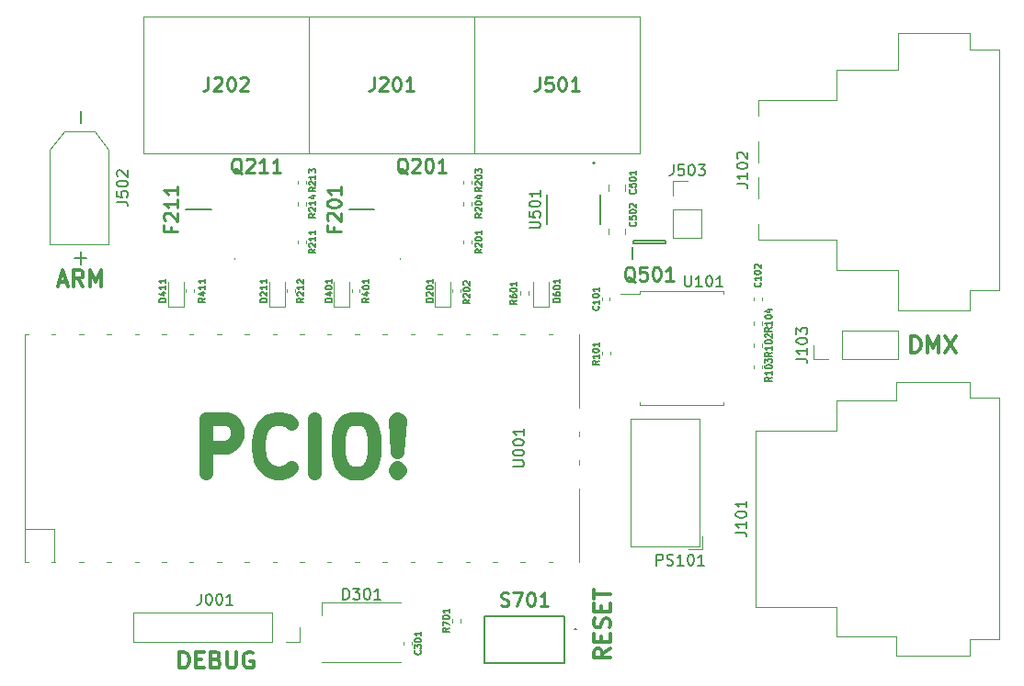
<source format=gbr>
%TF.GenerationSoftware,KiCad,Pcbnew,(6.0.0-0)*%
%TF.CreationDate,2022-10-24T17:27:13+01:00*%
%TF.ProjectId,PicoPyro,5069636f-5079-4726-9f2e-6b696361645f,rev?*%
%TF.SameCoordinates,Original*%
%TF.FileFunction,Legend,Top*%
%TF.FilePolarity,Positive*%
%FSLAX46Y46*%
G04 Gerber Fmt 4.6, Leading zero omitted, Abs format (unit mm)*
G04 Created by KiCad (PCBNEW (6.0.0-0)) date 2022-10-24 17:27:13*
%MOMM*%
%LPD*%
G01*
G04 APERTURE LIST*
%ADD10C,1.250000*%
%ADD11C,0.300000*%
%ADD12C,0.150000*%
%ADD13C,0.254000*%
%ADD14C,0.127000*%
%ADD15C,0.200000*%
%ADD16C,0.100000*%
%ADD17C,0.120000*%
G04 APERTURE END LIST*
D10*
X143190476Y-100761904D02*
X143190476Y-95761904D01*
X145095238Y-95761904D01*
X145571428Y-96000000D01*
X145809523Y-96238095D01*
X146047619Y-96714285D01*
X146047619Y-97428571D01*
X145809523Y-97904761D01*
X145571428Y-98142857D01*
X145095238Y-98380952D01*
X143190476Y-98380952D01*
X151047619Y-100285714D02*
X150809523Y-100523809D01*
X150095238Y-100761904D01*
X149619047Y-100761904D01*
X148904761Y-100523809D01*
X148428571Y-100047619D01*
X148190476Y-99571428D01*
X147952380Y-98619047D01*
X147952380Y-97904761D01*
X148190476Y-96952380D01*
X148428571Y-96476190D01*
X148904761Y-96000000D01*
X149619047Y-95761904D01*
X150095238Y-95761904D01*
X150809523Y-96000000D01*
X151047619Y-96238095D01*
X153190476Y-100761904D02*
X153190476Y-95761904D01*
X156523809Y-95761904D02*
X157476190Y-95761904D01*
X157952380Y-96000000D01*
X158428571Y-96476190D01*
X158666666Y-97428571D01*
X158666666Y-99095238D01*
X158428571Y-100047619D01*
X157952380Y-100523809D01*
X157476190Y-100761904D01*
X156523809Y-100761904D01*
X156047619Y-100523809D01*
X155571428Y-100047619D01*
X155333333Y-99095238D01*
X155333333Y-97428571D01*
X155571428Y-96476190D01*
X156047619Y-96000000D01*
X156523809Y-95761904D01*
X160809523Y-100285714D02*
X161047619Y-100523809D01*
X160809523Y-100761904D01*
X160571428Y-100523809D01*
X160809523Y-100285714D01*
X160809523Y-100761904D01*
X160809523Y-98857142D02*
X160571428Y-96000000D01*
X160809523Y-95761904D01*
X161047619Y-96000000D01*
X160809523Y-98857142D01*
X160809523Y-95761904D01*
D11*
X180378571Y-116978571D02*
X179664285Y-117478571D01*
X180378571Y-117835714D02*
X178878571Y-117835714D01*
X178878571Y-117264285D01*
X178950000Y-117121428D01*
X179021428Y-117050000D01*
X179164285Y-116978571D01*
X179378571Y-116978571D01*
X179521428Y-117050000D01*
X179592857Y-117121428D01*
X179664285Y-117264285D01*
X179664285Y-117835714D01*
X179592857Y-116335714D02*
X179592857Y-115835714D01*
X180378571Y-115621428D02*
X180378571Y-116335714D01*
X178878571Y-116335714D01*
X178878571Y-115621428D01*
X180307142Y-115050000D02*
X180378571Y-114835714D01*
X180378571Y-114478571D01*
X180307142Y-114335714D01*
X180235714Y-114264285D01*
X180092857Y-114192857D01*
X179950000Y-114192857D01*
X179807142Y-114264285D01*
X179735714Y-114335714D01*
X179664285Y-114478571D01*
X179592857Y-114764285D01*
X179521428Y-114907142D01*
X179450000Y-114978571D01*
X179307142Y-115050000D01*
X179164285Y-115050000D01*
X179021428Y-114978571D01*
X178950000Y-114907142D01*
X178878571Y-114764285D01*
X178878571Y-114407142D01*
X178950000Y-114192857D01*
X179592857Y-113550000D02*
X179592857Y-113050000D01*
X180378571Y-112835714D02*
X180378571Y-113550000D01*
X178878571Y-113550000D01*
X178878571Y-112835714D01*
X178878571Y-112407142D02*
X178878571Y-111550000D01*
X180378571Y-111978571D02*
X178878571Y-111978571D01*
X208135714Y-89678571D02*
X208135714Y-88178571D01*
X208492857Y-88178571D01*
X208707142Y-88250000D01*
X208850000Y-88392857D01*
X208921428Y-88535714D01*
X208992857Y-88821428D01*
X208992857Y-89035714D01*
X208921428Y-89321428D01*
X208850000Y-89464285D01*
X208707142Y-89607142D01*
X208492857Y-89678571D01*
X208135714Y-89678571D01*
X209635714Y-89678571D02*
X209635714Y-88178571D01*
X210135714Y-89250000D01*
X210635714Y-88178571D01*
X210635714Y-89678571D01*
X211207142Y-88178571D02*
X212207142Y-89678571D01*
X212207142Y-88178571D02*
X211207142Y-89678571D01*
X140742857Y-118778571D02*
X140742857Y-117278571D01*
X141100000Y-117278571D01*
X141314285Y-117350000D01*
X141457142Y-117492857D01*
X141528571Y-117635714D01*
X141600000Y-117921428D01*
X141600000Y-118135714D01*
X141528571Y-118421428D01*
X141457142Y-118564285D01*
X141314285Y-118707142D01*
X141100000Y-118778571D01*
X140742857Y-118778571D01*
X142242857Y-117992857D02*
X142742857Y-117992857D01*
X142957142Y-118778571D02*
X142242857Y-118778571D01*
X142242857Y-117278571D01*
X142957142Y-117278571D01*
X144100000Y-117992857D02*
X144314285Y-118064285D01*
X144385714Y-118135714D01*
X144457142Y-118278571D01*
X144457142Y-118492857D01*
X144385714Y-118635714D01*
X144314285Y-118707142D01*
X144171428Y-118778571D01*
X143600000Y-118778571D01*
X143600000Y-117278571D01*
X144100000Y-117278571D01*
X144242857Y-117350000D01*
X144314285Y-117421428D01*
X144385714Y-117564285D01*
X144385714Y-117707142D01*
X144314285Y-117850000D01*
X144242857Y-117921428D01*
X144100000Y-117992857D01*
X143600000Y-117992857D01*
X145100000Y-117278571D02*
X145100000Y-118492857D01*
X145171428Y-118635714D01*
X145242857Y-118707142D01*
X145385714Y-118778571D01*
X145671428Y-118778571D01*
X145814285Y-118707142D01*
X145885714Y-118635714D01*
X145957142Y-118492857D01*
X145957142Y-117278571D01*
X147457142Y-117350000D02*
X147314285Y-117278571D01*
X147100000Y-117278571D01*
X146885714Y-117350000D01*
X146742857Y-117492857D01*
X146671428Y-117635714D01*
X146600000Y-117921428D01*
X146600000Y-118135714D01*
X146671428Y-118421428D01*
X146742857Y-118564285D01*
X146885714Y-118707142D01*
X147100000Y-118778571D01*
X147242857Y-118778571D01*
X147457142Y-118707142D01*
X147528571Y-118635714D01*
X147528571Y-118135714D01*
X147242857Y-118135714D01*
X129635714Y-83150000D02*
X130350000Y-83150000D01*
X129492857Y-83578571D02*
X129992857Y-82078571D01*
X130492857Y-83578571D01*
X131850000Y-83578571D02*
X131350000Y-82864285D01*
X130992857Y-83578571D02*
X130992857Y-82078571D01*
X131564285Y-82078571D01*
X131707142Y-82150000D01*
X131778571Y-82221428D01*
X131850000Y-82364285D01*
X131850000Y-82578571D01*
X131778571Y-82721428D01*
X131707142Y-82792857D01*
X131564285Y-82864285D01*
X130992857Y-82864285D01*
X132492857Y-83578571D02*
X132492857Y-82078571D01*
X132992857Y-83150000D01*
X133492857Y-82078571D01*
X133492857Y-83578571D01*
D12*
%TO.C,U501*%
X172952380Y-78214285D02*
X173761904Y-78214285D01*
X173857142Y-78166666D01*
X173904761Y-78119047D01*
X173952380Y-78023809D01*
X173952380Y-77833333D01*
X173904761Y-77738095D01*
X173857142Y-77690476D01*
X173761904Y-77642857D01*
X172952380Y-77642857D01*
X172952380Y-76690476D02*
X172952380Y-77166666D01*
X173428571Y-77214285D01*
X173380952Y-77166666D01*
X173333333Y-77071428D01*
X173333333Y-76833333D01*
X173380952Y-76738095D01*
X173428571Y-76690476D01*
X173523809Y-76642857D01*
X173761904Y-76642857D01*
X173857142Y-76690476D01*
X173904761Y-76738095D01*
X173952380Y-76833333D01*
X173952380Y-77071428D01*
X173904761Y-77166666D01*
X173857142Y-77214285D01*
X172952380Y-76023809D02*
X172952380Y-75928571D01*
X173000000Y-75833333D01*
X173047619Y-75785714D01*
X173142857Y-75738095D01*
X173333333Y-75690476D01*
X173571428Y-75690476D01*
X173761904Y-75738095D01*
X173857142Y-75785714D01*
X173904761Y-75833333D01*
X173952380Y-75928571D01*
X173952380Y-76023809D01*
X173904761Y-76119047D01*
X173857142Y-76166666D01*
X173761904Y-76214285D01*
X173571428Y-76261904D01*
X173333333Y-76261904D01*
X173142857Y-76214285D01*
X173047619Y-76166666D01*
X173000000Y-76119047D01*
X172952380Y-76023809D01*
X173952380Y-74738095D02*
X173952380Y-75309523D01*
X173952380Y-75023809D02*
X172952380Y-75023809D01*
X173095238Y-75119047D01*
X173190476Y-75214285D01*
X173238095Y-75309523D01*
D13*
%TO.C,S701*%
X170322857Y-113014047D02*
X170504285Y-113074523D01*
X170806666Y-113074523D01*
X170927619Y-113014047D01*
X170988095Y-112953571D01*
X171048571Y-112832619D01*
X171048571Y-112711666D01*
X170988095Y-112590714D01*
X170927619Y-112530238D01*
X170806666Y-112469761D01*
X170564761Y-112409285D01*
X170443809Y-112348809D01*
X170383333Y-112288333D01*
X170322857Y-112167380D01*
X170322857Y-112046428D01*
X170383333Y-111925476D01*
X170443809Y-111865000D01*
X170564761Y-111804523D01*
X170867142Y-111804523D01*
X171048571Y-111865000D01*
X171471904Y-111804523D02*
X172318571Y-111804523D01*
X171774285Y-113074523D01*
X173044285Y-111804523D02*
X173165238Y-111804523D01*
X173286190Y-111865000D01*
X173346666Y-111925476D01*
X173407142Y-112046428D01*
X173467619Y-112288333D01*
X173467619Y-112590714D01*
X173407142Y-112832619D01*
X173346666Y-112953571D01*
X173286190Y-113014047D01*
X173165238Y-113074523D01*
X173044285Y-113074523D01*
X172923333Y-113014047D01*
X172862857Y-112953571D01*
X172802380Y-112832619D01*
X172741904Y-112590714D01*
X172741904Y-112288333D01*
X172802380Y-112046428D01*
X172862857Y-111925476D01*
X172923333Y-111865000D01*
X173044285Y-111804523D01*
X174677142Y-113074523D02*
X173951428Y-113074523D01*
X174314285Y-113074523D02*
X174314285Y-111804523D01*
X174193333Y-111985952D01*
X174072380Y-112106904D01*
X173951428Y-112167380D01*
%TO.C,Q501*%
X182669523Y-83195476D02*
X182548571Y-83135000D01*
X182427619Y-83014047D01*
X182246190Y-82832619D01*
X182125238Y-82772142D01*
X182004285Y-82772142D01*
X182064761Y-83074523D02*
X181943809Y-83014047D01*
X181822857Y-82893095D01*
X181762380Y-82651190D01*
X181762380Y-82227857D01*
X181822857Y-81985952D01*
X181943809Y-81865000D01*
X182064761Y-81804523D01*
X182306666Y-81804523D01*
X182427619Y-81865000D01*
X182548571Y-81985952D01*
X182609047Y-82227857D01*
X182609047Y-82651190D01*
X182548571Y-82893095D01*
X182427619Y-83014047D01*
X182306666Y-83074523D01*
X182064761Y-83074523D01*
X183758095Y-81804523D02*
X183153333Y-81804523D01*
X183092857Y-82409285D01*
X183153333Y-82348809D01*
X183274285Y-82288333D01*
X183576666Y-82288333D01*
X183697619Y-82348809D01*
X183758095Y-82409285D01*
X183818571Y-82530238D01*
X183818571Y-82832619D01*
X183758095Y-82953571D01*
X183697619Y-83014047D01*
X183576666Y-83074523D01*
X183274285Y-83074523D01*
X183153333Y-83014047D01*
X183092857Y-82953571D01*
X184604761Y-81804523D02*
X184725714Y-81804523D01*
X184846666Y-81865000D01*
X184907142Y-81925476D01*
X184967619Y-82046428D01*
X185028095Y-82288333D01*
X185028095Y-82590714D01*
X184967619Y-82832619D01*
X184907142Y-82953571D01*
X184846666Y-83014047D01*
X184725714Y-83074523D01*
X184604761Y-83074523D01*
X184483809Y-83014047D01*
X184423333Y-82953571D01*
X184362857Y-82832619D01*
X184302380Y-82590714D01*
X184302380Y-82288333D01*
X184362857Y-82046428D01*
X184423333Y-81925476D01*
X184483809Y-81865000D01*
X184604761Y-81804523D01*
X186237619Y-83074523D02*
X185511904Y-83074523D01*
X185874761Y-83074523D02*
X185874761Y-81804523D01*
X185753809Y-81985952D01*
X185632857Y-82106904D01*
X185511904Y-82167380D01*
%TO.C,Q211*%
X146469523Y-73195476D02*
X146348571Y-73135000D01*
X146227619Y-73014047D01*
X146046190Y-72832619D01*
X145925238Y-72772142D01*
X145804285Y-72772142D01*
X145864761Y-73074523D02*
X145743809Y-73014047D01*
X145622857Y-72893095D01*
X145562380Y-72651190D01*
X145562380Y-72227857D01*
X145622857Y-71985952D01*
X145743809Y-71865000D01*
X145864761Y-71804523D01*
X146106666Y-71804523D01*
X146227619Y-71865000D01*
X146348571Y-71985952D01*
X146409047Y-72227857D01*
X146409047Y-72651190D01*
X146348571Y-72893095D01*
X146227619Y-73014047D01*
X146106666Y-73074523D01*
X145864761Y-73074523D01*
X146892857Y-71925476D02*
X146953333Y-71865000D01*
X147074285Y-71804523D01*
X147376666Y-71804523D01*
X147497619Y-71865000D01*
X147558095Y-71925476D01*
X147618571Y-72046428D01*
X147618571Y-72167380D01*
X147558095Y-72348809D01*
X146832380Y-73074523D01*
X147618571Y-73074523D01*
X148828095Y-73074523D02*
X148102380Y-73074523D01*
X148465238Y-73074523D02*
X148465238Y-71804523D01*
X148344285Y-71985952D01*
X148223333Y-72106904D01*
X148102380Y-72167380D01*
X150037619Y-73074523D02*
X149311904Y-73074523D01*
X149674761Y-73074523D02*
X149674761Y-71804523D01*
X149553809Y-71985952D01*
X149432857Y-72106904D01*
X149311904Y-72167380D01*
%TO.C,Q201*%
X161729523Y-73195476D02*
X161608571Y-73135000D01*
X161487619Y-73014047D01*
X161306190Y-72832619D01*
X161185238Y-72772142D01*
X161064285Y-72772142D01*
X161124761Y-73074523D02*
X161003809Y-73014047D01*
X160882857Y-72893095D01*
X160822380Y-72651190D01*
X160822380Y-72227857D01*
X160882857Y-71985952D01*
X161003809Y-71865000D01*
X161124761Y-71804523D01*
X161366666Y-71804523D01*
X161487619Y-71865000D01*
X161608571Y-71985952D01*
X161669047Y-72227857D01*
X161669047Y-72651190D01*
X161608571Y-72893095D01*
X161487619Y-73014047D01*
X161366666Y-73074523D01*
X161124761Y-73074523D01*
X162152857Y-71925476D02*
X162213333Y-71865000D01*
X162334285Y-71804523D01*
X162636666Y-71804523D01*
X162757619Y-71865000D01*
X162818095Y-71925476D01*
X162878571Y-72046428D01*
X162878571Y-72167380D01*
X162818095Y-72348809D01*
X162092380Y-73074523D01*
X162878571Y-73074523D01*
X163664761Y-71804523D02*
X163785714Y-71804523D01*
X163906666Y-71865000D01*
X163967142Y-71925476D01*
X164027619Y-72046428D01*
X164088095Y-72288333D01*
X164088095Y-72590714D01*
X164027619Y-72832619D01*
X163967142Y-72953571D01*
X163906666Y-73014047D01*
X163785714Y-73074523D01*
X163664761Y-73074523D01*
X163543809Y-73014047D01*
X163483333Y-72953571D01*
X163422857Y-72832619D01*
X163362380Y-72590714D01*
X163362380Y-72288333D01*
X163422857Y-72046428D01*
X163483333Y-71925476D01*
X163543809Y-71865000D01*
X163664761Y-71804523D01*
X165297619Y-73074523D02*
X164571904Y-73074523D01*
X164934761Y-73074523D02*
X164934761Y-71804523D01*
X164813809Y-71985952D01*
X164692857Y-72106904D01*
X164571904Y-72167380D01*
%TO.C,J501*%
X173857142Y-64304523D02*
X173857142Y-65211666D01*
X173796666Y-65393095D01*
X173675714Y-65514047D01*
X173494285Y-65574523D01*
X173373333Y-65574523D01*
X175066666Y-64304523D02*
X174461904Y-64304523D01*
X174401428Y-64909285D01*
X174461904Y-64848809D01*
X174582857Y-64788333D01*
X174885238Y-64788333D01*
X175006190Y-64848809D01*
X175066666Y-64909285D01*
X175127142Y-65030238D01*
X175127142Y-65332619D01*
X175066666Y-65453571D01*
X175006190Y-65514047D01*
X174885238Y-65574523D01*
X174582857Y-65574523D01*
X174461904Y-65514047D01*
X174401428Y-65453571D01*
X175913333Y-64304523D02*
X176034285Y-64304523D01*
X176155238Y-64365000D01*
X176215714Y-64425476D01*
X176276190Y-64546428D01*
X176336666Y-64788333D01*
X176336666Y-65090714D01*
X176276190Y-65332619D01*
X176215714Y-65453571D01*
X176155238Y-65514047D01*
X176034285Y-65574523D01*
X175913333Y-65574523D01*
X175792380Y-65514047D01*
X175731904Y-65453571D01*
X175671428Y-65332619D01*
X175610952Y-65090714D01*
X175610952Y-64788333D01*
X175671428Y-64546428D01*
X175731904Y-64425476D01*
X175792380Y-64365000D01*
X175913333Y-64304523D01*
X177546190Y-65574523D02*
X176820476Y-65574523D01*
X177183333Y-65574523D02*
X177183333Y-64304523D01*
X177062380Y-64485952D01*
X176941428Y-64606904D01*
X176820476Y-64667380D01*
%TO.C,J202*%
X143367142Y-64304523D02*
X143367142Y-65211666D01*
X143306666Y-65393095D01*
X143185714Y-65514047D01*
X143004285Y-65574523D01*
X142883333Y-65574523D01*
X143911428Y-64425476D02*
X143971904Y-64365000D01*
X144092857Y-64304523D01*
X144395238Y-64304523D01*
X144516190Y-64365000D01*
X144576666Y-64425476D01*
X144637142Y-64546428D01*
X144637142Y-64667380D01*
X144576666Y-64848809D01*
X143850952Y-65574523D01*
X144637142Y-65574523D01*
X145423333Y-64304523D02*
X145544285Y-64304523D01*
X145665238Y-64365000D01*
X145725714Y-64425476D01*
X145786190Y-64546428D01*
X145846666Y-64788333D01*
X145846666Y-65090714D01*
X145786190Y-65332619D01*
X145725714Y-65453571D01*
X145665238Y-65514047D01*
X145544285Y-65574523D01*
X145423333Y-65574523D01*
X145302380Y-65514047D01*
X145241904Y-65453571D01*
X145181428Y-65332619D01*
X145120952Y-65090714D01*
X145120952Y-64788333D01*
X145181428Y-64546428D01*
X145241904Y-64425476D01*
X145302380Y-64365000D01*
X145423333Y-64304523D01*
X146330476Y-64425476D02*
X146390952Y-64365000D01*
X146511904Y-64304523D01*
X146814285Y-64304523D01*
X146935238Y-64365000D01*
X146995714Y-64425476D01*
X147056190Y-64546428D01*
X147056190Y-64667380D01*
X146995714Y-64848809D01*
X146270000Y-65574523D01*
X147056190Y-65574523D01*
%TO.C,J201*%
X158617142Y-64304523D02*
X158617142Y-65211666D01*
X158556666Y-65393095D01*
X158435714Y-65514047D01*
X158254285Y-65574523D01*
X158133333Y-65574523D01*
X159161428Y-64425476D02*
X159221904Y-64365000D01*
X159342857Y-64304523D01*
X159645238Y-64304523D01*
X159766190Y-64365000D01*
X159826666Y-64425476D01*
X159887142Y-64546428D01*
X159887142Y-64667380D01*
X159826666Y-64848809D01*
X159100952Y-65574523D01*
X159887142Y-65574523D01*
X160673333Y-64304523D02*
X160794285Y-64304523D01*
X160915238Y-64365000D01*
X160975714Y-64425476D01*
X161036190Y-64546428D01*
X161096666Y-64788333D01*
X161096666Y-65090714D01*
X161036190Y-65332619D01*
X160975714Y-65453571D01*
X160915238Y-65514047D01*
X160794285Y-65574523D01*
X160673333Y-65574523D01*
X160552380Y-65514047D01*
X160491904Y-65453571D01*
X160431428Y-65332619D01*
X160370952Y-65090714D01*
X160370952Y-64788333D01*
X160431428Y-64546428D01*
X160491904Y-64425476D01*
X160552380Y-64365000D01*
X160673333Y-64304523D01*
X162306190Y-65574523D02*
X161580476Y-65574523D01*
X161943333Y-65574523D02*
X161943333Y-64304523D01*
X161822380Y-64485952D01*
X161701428Y-64606904D01*
X161580476Y-64667380D01*
%TO.C,F211*%
X139909285Y-78132857D02*
X139909285Y-78556190D01*
X140574523Y-78556190D02*
X139304523Y-78556190D01*
X139304523Y-77951428D01*
X139425476Y-77528095D02*
X139365000Y-77467619D01*
X139304523Y-77346666D01*
X139304523Y-77044285D01*
X139365000Y-76923333D01*
X139425476Y-76862857D01*
X139546428Y-76802380D01*
X139667380Y-76802380D01*
X139848809Y-76862857D01*
X140574523Y-77588571D01*
X140574523Y-76802380D01*
X140574523Y-75592857D02*
X140574523Y-76318571D01*
X140574523Y-75955714D02*
X139304523Y-75955714D01*
X139485952Y-76076666D01*
X139606904Y-76197619D01*
X139667380Y-76318571D01*
X140574523Y-74383333D02*
X140574523Y-75109047D01*
X140574523Y-74746190D02*
X139304523Y-74746190D01*
X139485952Y-74867142D01*
X139606904Y-74988095D01*
X139667380Y-75109047D01*
%TO.C,F201*%
X154909285Y-78132857D02*
X154909285Y-78556190D01*
X155574523Y-78556190D02*
X154304523Y-78556190D01*
X154304523Y-77951428D01*
X154425476Y-77528095D02*
X154365000Y-77467619D01*
X154304523Y-77346666D01*
X154304523Y-77044285D01*
X154365000Y-76923333D01*
X154425476Y-76862857D01*
X154546428Y-76802380D01*
X154667380Y-76802380D01*
X154848809Y-76862857D01*
X155574523Y-77588571D01*
X155574523Y-76802380D01*
X154304523Y-76016190D02*
X154304523Y-75895238D01*
X154365000Y-75774285D01*
X154425476Y-75713809D01*
X154546428Y-75653333D01*
X154788333Y-75592857D01*
X155090714Y-75592857D01*
X155332619Y-75653333D01*
X155453571Y-75713809D01*
X155514047Y-75774285D01*
X155574523Y-75895238D01*
X155574523Y-76016190D01*
X155514047Y-76137142D01*
X155453571Y-76197619D01*
X155332619Y-76258095D01*
X155090714Y-76318571D01*
X154788333Y-76318571D01*
X154546428Y-76258095D01*
X154425476Y-76197619D01*
X154365000Y-76137142D01*
X154304523Y-76016190D01*
X155574523Y-74383333D02*
X155574523Y-75109047D01*
X155574523Y-74746190D02*
X154304523Y-74746190D01*
X154485952Y-74867142D01*
X154606904Y-74988095D01*
X154667380Y-75109047D01*
D12*
%TO.C,J503*%
X186214285Y-72347380D02*
X186214285Y-73061666D01*
X186166666Y-73204523D01*
X186071428Y-73299761D01*
X185928571Y-73347380D01*
X185833333Y-73347380D01*
X187166666Y-72347380D02*
X186690476Y-72347380D01*
X186642857Y-72823571D01*
X186690476Y-72775952D01*
X186785714Y-72728333D01*
X187023809Y-72728333D01*
X187119047Y-72775952D01*
X187166666Y-72823571D01*
X187214285Y-72918809D01*
X187214285Y-73156904D01*
X187166666Y-73252142D01*
X187119047Y-73299761D01*
X187023809Y-73347380D01*
X186785714Y-73347380D01*
X186690476Y-73299761D01*
X186642857Y-73252142D01*
X187833333Y-72347380D02*
X187928571Y-72347380D01*
X188023809Y-72395000D01*
X188071428Y-72442619D01*
X188119047Y-72537857D01*
X188166666Y-72728333D01*
X188166666Y-72966428D01*
X188119047Y-73156904D01*
X188071428Y-73252142D01*
X188023809Y-73299761D01*
X187928571Y-73347380D01*
X187833333Y-73347380D01*
X187738095Y-73299761D01*
X187690476Y-73252142D01*
X187642857Y-73156904D01*
X187595238Y-72966428D01*
X187595238Y-72728333D01*
X187642857Y-72537857D01*
X187690476Y-72442619D01*
X187738095Y-72395000D01*
X187833333Y-72347380D01*
X188500000Y-72347380D02*
X189119047Y-72347380D01*
X188785714Y-72728333D01*
X188928571Y-72728333D01*
X189023809Y-72775952D01*
X189071428Y-72823571D01*
X189119047Y-72918809D01*
X189119047Y-73156904D01*
X189071428Y-73252142D01*
X189023809Y-73299761D01*
X188928571Y-73347380D01*
X188642857Y-73347380D01*
X188547619Y-73299761D01*
X188500000Y-73252142D01*
%TO.C,C502*%
X182714285Y-77671428D02*
X182742857Y-77700000D01*
X182771428Y-77785714D01*
X182771428Y-77842857D01*
X182742857Y-77928571D01*
X182685714Y-77985714D01*
X182628571Y-78014285D01*
X182514285Y-78042857D01*
X182428571Y-78042857D01*
X182314285Y-78014285D01*
X182257142Y-77985714D01*
X182200000Y-77928571D01*
X182171428Y-77842857D01*
X182171428Y-77785714D01*
X182200000Y-77700000D01*
X182228571Y-77671428D01*
X182171428Y-77128571D02*
X182171428Y-77414285D01*
X182457142Y-77442857D01*
X182428571Y-77414285D01*
X182400000Y-77357142D01*
X182400000Y-77214285D01*
X182428571Y-77157142D01*
X182457142Y-77128571D01*
X182514285Y-77100000D01*
X182657142Y-77100000D01*
X182714285Y-77128571D01*
X182742857Y-77157142D01*
X182771428Y-77214285D01*
X182771428Y-77357142D01*
X182742857Y-77414285D01*
X182714285Y-77442857D01*
X182171428Y-76728571D02*
X182171428Y-76671428D01*
X182200000Y-76614285D01*
X182228571Y-76585714D01*
X182285714Y-76557142D01*
X182400000Y-76528571D01*
X182542857Y-76528571D01*
X182657142Y-76557142D01*
X182714285Y-76585714D01*
X182742857Y-76614285D01*
X182771428Y-76671428D01*
X182771428Y-76728571D01*
X182742857Y-76785714D01*
X182714285Y-76814285D01*
X182657142Y-76842857D01*
X182542857Y-76871428D01*
X182400000Y-76871428D01*
X182285714Y-76842857D01*
X182228571Y-76814285D01*
X182200000Y-76785714D01*
X182171428Y-76728571D01*
X182228571Y-76300000D02*
X182200000Y-76271428D01*
X182171428Y-76214285D01*
X182171428Y-76071428D01*
X182200000Y-76014285D01*
X182228571Y-75985714D01*
X182285714Y-75957142D01*
X182342857Y-75957142D01*
X182428571Y-75985714D01*
X182771428Y-76328571D01*
X182771428Y-75957142D01*
%TO.C,C501*%
X182714285Y-74671428D02*
X182742857Y-74700000D01*
X182771428Y-74785714D01*
X182771428Y-74842857D01*
X182742857Y-74928571D01*
X182685714Y-74985714D01*
X182628571Y-75014285D01*
X182514285Y-75042857D01*
X182428571Y-75042857D01*
X182314285Y-75014285D01*
X182257142Y-74985714D01*
X182200000Y-74928571D01*
X182171428Y-74842857D01*
X182171428Y-74785714D01*
X182200000Y-74700000D01*
X182228571Y-74671428D01*
X182171428Y-74128571D02*
X182171428Y-74414285D01*
X182457142Y-74442857D01*
X182428571Y-74414285D01*
X182400000Y-74357142D01*
X182400000Y-74214285D01*
X182428571Y-74157142D01*
X182457142Y-74128571D01*
X182514285Y-74100000D01*
X182657142Y-74100000D01*
X182714285Y-74128571D01*
X182742857Y-74157142D01*
X182771428Y-74214285D01*
X182771428Y-74357142D01*
X182742857Y-74414285D01*
X182714285Y-74442857D01*
X182171428Y-73728571D02*
X182171428Y-73671428D01*
X182200000Y-73614285D01*
X182228571Y-73585714D01*
X182285714Y-73557142D01*
X182400000Y-73528571D01*
X182542857Y-73528571D01*
X182657142Y-73557142D01*
X182714285Y-73585714D01*
X182742857Y-73614285D01*
X182771428Y-73671428D01*
X182771428Y-73728571D01*
X182742857Y-73785714D01*
X182714285Y-73814285D01*
X182657142Y-73842857D01*
X182542857Y-73871428D01*
X182400000Y-73871428D01*
X182285714Y-73842857D01*
X182228571Y-73814285D01*
X182200000Y-73785714D01*
X182171428Y-73728571D01*
X182771428Y-72957142D02*
X182771428Y-73300000D01*
X182771428Y-73128571D02*
X182171428Y-73128571D01*
X182257142Y-73185714D01*
X182314285Y-73242857D01*
X182342857Y-73300000D01*
%TO.C,U001*%
X171452380Y-100214285D02*
X172261904Y-100214285D01*
X172357142Y-100166666D01*
X172404761Y-100119047D01*
X172452380Y-100023809D01*
X172452380Y-99833333D01*
X172404761Y-99738095D01*
X172357142Y-99690476D01*
X172261904Y-99642857D01*
X171452380Y-99642857D01*
X171452380Y-98976190D02*
X171452380Y-98880952D01*
X171500000Y-98785714D01*
X171547619Y-98738095D01*
X171642857Y-98690476D01*
X171833333Y-98642857D01*
X172071428Y-98642857D01*
X172261904Y-98690476D01*
X172357142Y-98738095D01*
X172404761Y-98785714D01*
X172452380Y-98880952D01*
X172452380Y-98976190D01*
X172404761Y-99071428D01*
X172357142Y-99119047D01*
X172261904Y-99166666D01*
X172071428Y-99214285D01*
X171833333Y-99214285D01*
X171642857Y-99166666D01*
X171547619Y-99119047D01*
X171500000Y-99071428D01*
X171452380Y-98976190D01*
X171452380Y-98023809D02*
X171452380Y-97928571D01*
X171500000Y-97833333D01*
X171547619Y-97785714D01*
X171642857Y-97738095D01*
X171833333Y-97690476D01*
X172071428Y-97690476D01*
X172261904Y-97738095D01*
X172357142Y-97785714D01*
X172404761Y-97833333D01*
X172452380Y-97928571D01*
X172452380Y-98023809D01*
X172404761Y-98119047D01*
X172357142Y-98166666D01*
X172261904Y-98214285D01*
X172071428Y-98261904D01*
X171833333Y-98261904D01*
X171642857Y-98214285D01*
X171547619Y-98166666D01*
X171500000Y-98119047D01*
X171452380Y-98023809D01*
X172452380Y-96738095D02*
X172452380Y-97309523D01*
X172452380Y-97023809D02*
X171452380Y-97023809D01*
X171595238Y-97119047D01*
X171690476Y-97214285D01*
X171738095Y-97309523D01*
%TO.C,J502*%
X134952380Y-75785714D02*
X135666666Y-75785714D01*
X135809523Y-75833333D01*
X135904761Y-75928571D01*
X135952380Y-76071428D01*
X135952380Y-76166666D01*
X134952380Y-74833333D02*
X134952380Y-75309523D01*
X135428571Y-75357142D01*
X135380952Y-75309523D01*
X135333333Y-75214285D01*
X135333333Y-74976190D01*
X135380952Y-74880952D01*
X135428571Y-74833333D01*
X135523809Y-74785714D01*
X135761904Y-74785714D01*
X135857142Y-74833333D01*
X135904761Y-74880952D01*
X135952380Y-74976190D01*
X135952380Y-75214285D01*
X135904761Y-75309523D01*
X135857142Y-75357142D01*
X134952380Y-74166666D02*
X134952380Y-74071428D01*
X135000000Y-73976190D01*
X135047619Y-73928571D01*
X135142857Y-73880952D01*
X135333333Y-73833333D01*
X135571428Y-73833333D01*
X135761904Y-73880952D01*
X135857142Y-73928571D01*
X135904761Y-73976190D01*
X135952380Y-74071428D01*
X135952380Y-74166666D01*
X135904761Y-74261904D01*
X135857142Y-74309523D01*
X135761904Y-74357142D01*
X135571428Y-74404761D01*
X135333333Y-74404761D01*
X135142857Y-74357142D01*
X135047619Y-74309523D01*
X135000000Y-74261904D01*
X134952380Y-74166666D01*
X135047619Y-73452380D02*
X135000000Y-73404761D01*
X134952380Y-73309523D01*
X134952380Y-73071428D01*
X135000000Y-72976190D01*
X135047619Y-72928571D01*
X135142857Y-72880952D01*
X135238095Y-72880952D01*
X135380952Y-72928571D01*
X135952380Y-73500000D01*
X135952380Y-72880952D01*
X131607142Y-68571428D02*
X131607142Y-67428571D01*
X131607142Y-81571428D02*
X131607142Y-80428571D01*
X132178571Y-81000000D02*
X131035714Y-81000000D01*
%TO.C,U101*%
X187285714Y-82602380D02*
X187285714Y-83411904D01*
X187333333Y-83507142D01*
X187380952Y-83554761D01*
X187476190Y-83602380D01*
X187666666Y-83602380D01*
X187761904Y-83554761D01*
X187809523Y-83507142D01*
X187857142Y-83411904D01*
X187857142Y-82602380D01*
X188857142Y-83602380D02*
X188285714Y-83602380D01*
X188571428Y-83602380D02*
X188571428Y-82602380D01*
X188476190Y-82745238D01*
X188380952Y-82840476D01*
X188285714Y-82888095D01*
X189476190Y-82602380D02*
X189571428Y-82602380D01*
X189666666Y-82650000D01*
X189714285Y-82697619D01*
X189761904Y-82792857D01*
X189809523Y-82983333D01*
X189809523Y-83221428D01*
X189761904Y-83411904D01*
X189714285Y-83507142D01*
X189666666Y-83554761D01*
X189571428Y-83602380D01*
X189476190Y-83602380D01*
X189380952Y-83554761D01*
X189333333Y-83507142D01*
X189285714Y-83411904D01*
X189238095Y-83221428D01*
X189238095Y-82983333D01*
X189285714Y-82792857D01*
X189333333Y-82697619D01*
X189380952Y-82650000D01*
X189476190Y-82602380D01*
X190761904Y-83602380D02*
X190190476Y-83602380D01*
X190476190Y-83602380D02*
X190476190Y-82602380D01*
X190380952Y-82745238D01*
X190285714Y-82840476D01*
X190190476Y-82888095D01*
%TO.C,R701*%
X165571428Y-115071428D02*
X165285714Y-115271428D01*
X165571428Y-115414285D02*
X164971428Y-115414285D01*
X164971428Y-115185714D01*
X165000000Y-115128571D01*
X165028571Y-115100000D01*
X165085714Y-115071428D01*
X165171428Y-115071428D01*
X165228571Y-115100000D01*
X165257142Y-115128571D01*
X165285714Y-115185714D01*
X165285714Y-115414285D01*
X164971428Y-114871428D02*
X164971428Y-114471428D01*
X165571428Y-114728571D01*
X164971428Y-114128571D02*
X164971428Y-114071428D01*
X165000000Y-114014285D01*
X165028571Y-113985714D01*
X165085714Y-113957142D01*
X165200000Y-113928571D01*
X165342857Y-113928571D01*
X165457142Y-113957142D01*
X165514285Y-113985714D01*
X165542857Y-114014285D01*
X165571428Y-114071428D01*
X165571428Y-114128571D01*
X165542857Y-114185714D01*
X165514285Y-114214285D01*
X165457142Y-114242857D01*
X165342857Y-114271428D01*
X165200000Y-114271428D01*
X165085714Y-114242857D01*
X165028571Y-114214285D01*
X165000000Y-114185714D01*
X164971428Y-114128571D01*
X165571428Y-113357142D02*
X165571428Y-113700000D01*
X165571428Y-113528571D02*
X164971428Y-113528571D01*
X165057142Y-113585714D01*
X165114285Y-113642857D01*
X165142857Y-113700000D01*
%TO.C,R601*%
X171771427Y-84883929D02*
X171485713Y-85083929D01*
X171771427Y-85226786D02*
X171171427Y-85226786D01*
X171171427Y-84998215D01*
X171199999Y-84941072D01*
X171228570Y-84912501D01*
X171285713Y-84883929D01*
X171371427Y-84883929D01*
X171428570Y-84912501D01*
X171457141Y-84941072D01*
X171485713Y-84998215D01*
X171485713Y-85226786D01*
X171171427Y-84369643D02*
X171171427Y-84483929D01*
X171199999Y-84541072D01*
X171228570Y-84569643D01*
X171314284Y-84626786D01*
X171428570Y-84655358D01*
X171657141Y-84655358D01*
X171714284Y-84626786D01*
X171742856Y-84598215D01*
X171771427Y-84541072D01*
X171771427Y-84426786D01*
X171742856Y-84369643D01*
X171714284Y-84341072D01*
X171657141Y-84312501D01*
X171514284Y-84312501D01*
X171457141Y-84341072D01*
X171428570Y-84369643D01*
X171399999Y-84426786D01*
X171399999Y-84541072D01*
X171428570Y-84598215D01*
X171457141Y-84626786D01*
X171514284Y-84655358D01*
X171171427Y-83941072D02*
X171171427Y-83883929D01*
X171199999Y-83826786D01*
X171228570Y-83798215D01*
X171285713Y-83769643D01*
X171399999Y-83741072D01*
X171542856Y-83741072D01*
X171657141Y-83769643D01*
X171714284Y-83798215D01*
X171742856Y-83826786D01*
X171771427Y-83883929D01*
X171771427Y-83941072D01*
X171742856Y-83998215D01*
X171714284Y-84026786D01*
X171657141Y-84055358D01*
X171542856Y-84083929D01*
X171399999Y-84083929D01*
X171285713Y-84055358D01*
X171228570Y-84026786D01*
X171199999Y-83998215D01*
X171171427Y-83941072D01*
X171771427Y-83169643D02*
X171771427Y-83512501D01*
X171771427Y-83341072D02*
X171171427Y-83341072D01*
X171257141Y-83398215D01*
X171314284Y-83455358D01*
X171342856Y-83512501D01*
%TO.C,R411*%
X143071428Y-84671428D02*
X142785714Y-84871428D01*
X143071428Y-85014285D02*
X142471428Y-85014285D01*
X142471428Y-84785714D01*
X142500000Y-84728571D01*
X142528571Y-84700000D01*
X142585714Y-84671428D01*
X142671428Y-84671428D01*
X142728571Y-84700000D01*
X142757142Y-84728571D01*
X142785714Y-84785714D01*
X142785714Y-85014285D01*
X142671428Y-84157142D02*
X143071428Y-84157142D01*
X142442857Y-84300000D02*
X142871428Y-84442857D01*
X142871428Y-84071428D01*
X143071428Y-83528571D02*
X143071428Y-83871428D01*
X143071428Y-83700000D02*
X142471428Y-83700000D01*
X142557142Y-83757142D01*
X142614285Y-83814285D01*
X142642857Y-83871428D01*
X143071428Y-82957142D02*
X143071428Y-83300000D01*
X143071428Y-83128571D02*
X142471428Y-83128571D01*
X142557142Y-83185714D01*
X142614285Y-83242857D01*
X142642857Y-83300000D01*
%TO.C,R401*%
X158171428Y-84671428D02*
X157885714Y-84871428D01*
X158171428Y-85014285D02*
X157571428Y-85014285D01*
X157571428Y-84785714D01*
X157600000Y-84728571D01*
X157628571Y-84700000D01*
X157685714Y-84671428D01*
X157771428Y-84671428D01*
X157828571Y-84700000D01*
X157857142Y-84728571D01*
X157885714Y-84785714D01*
X157885714Y-85014285D01*
X157771428Y-84157142D02*
X158171428Y-84157142D01*
X157542857Y-84300000D02*
X157971428Y-84442857D01*
X157971428Y-84071428D01*
X157571428Y-83728571D02*
X157571428Y-83671428D01*
X157600000Y-83614285D01*
X157628571Y-83585714D01*
X157685714Y-83557142D01*
X157800000Y-83528571D01*
X157942857Y-83528571D01*
X158057142Y-83557142D01*
X158114285Y-83585714D01*
X158142857Y-83614285D01*
X158171428Y-83671428D01*
X158171428Y-83728571D01*
X158142857Y-83785714D01*
X158114285Y-83814285D01*
X158057142Y-83842857D01*
X157942857Y-83871428D01*
X157800000Y-83871428D01*
X157685714Y-83842857D01*
X157628571Y-83814285D01*
X157600000Y-83785714D01*
X157571428Y-83728571D01*
X158171428Y-82957142D02*
X158171428Y-83300000D01*
X158171428Y-83128571D02*
X157571428Y-83128571D01*
X157657142Y-83185714D01*
X157714285Y-83242857D01*
X157742857Y-83300000D01*
%TO.C,R214*%
X153271428Y-76871428D02*
X152985714Y-77071428D01*
X153271428Y-77214285D02*
X152671428Y-77214285D01*
X152671428Y-76985714D01*
X152700000Y-76928571D01*
X152728571Y-76900000D01*
X152785714Y-76871428D01*
X152871428Y-76871428D01*
X152928571Y-76900000D01*
X152957142Y-76928571D01*
X152985714Y-76985714D01*
X152985714Y-77214285D01*
X152728571Y-76642857D02*
X152700000Y-76614285D01*
X152671428Y-76557142D01*
X152671428Y-76414285D01*
X152700000Y-76357142D01*
X152728571Y-76328571D01*
X152785714Y-76300000D01*
X152842857Y-76300000D01*
X152928571Y-76328571D01*
X153271428Y-76671428D01*
X153271428Y-76300000D01*
X153271428Y-75728571D02*
X153271428Y-76071428D01*
X153271428Y-75900000D02*
X152671428Y-75900000D01*
X152757142Y-75957142D01*
X152814285Y-76014285D01*
X152842857Y-76071428D01*
X152871428Y-75214285D02*
X153271428Y-75214285D01*
X152642857Y-75357142D02*
X153071428Y-75500000D01*
X153071428Y-75128571D01*
%TO.C,R213*%
X153271428Y-74471428D02*
X152985714Y-74671428D01*
X153271428Y-74814285D02*
X152671428Y-74814285D01*
X152671428Y-74585714D01*
X152700000Y-74528571D01*
X152728571Y-74500000D01*
X152785714Y-74471428D01*
X152871428Y-74471428D01*
X152928571Y-74500000D01*
X152957142Y-74528571D01*
X152985714Y-74585714D01*
X152985714Y-74814285D01*
X152728571Y-74242857D02*
X152700000Y-74214285D01*
X152671428Y-74157142D01*
X152671428Y-74014285D01*
X152700000Y-73957142D01*
X152728571Y-73928571D01*
X152785714Y-73900000D01*
X152842857Y-73900000D01*
X152928571Y-73928571D01*
X153271428Y-74271428D01*
X153271428Y-73900000D01*
X153271428Y-73328571D02*
X153271428Y-73671428D01*
X153271428Y-73500000D02*
X152671428Y-73500000D01*
X152757142Y-73557142D01*
X152814285Y-73614285D01*
X152842857Y-73671428D01*
X152671428Y-73128571D02*
X152671428Y-72757142D01*
X152900000Y-72957142D01*
X152900000Y-72871428D01*
X152928571Y-72814285D01*
X152957142Y-72785714D01*
X153014285Y-72757142D01*
X153157142Y-72757142D01*
X153214285Y-72785714D01*
X153242857Y-72814285D01*
X153271428Y-72871428D01*
X153271428Y-73042857D01*
X153242857Y-73100000D01*
X153214285Y-73128571D01*
%TO.C,R212*%
X152171428Y-84671428D02*
X151885714Y-84871428D01*
X152171428Y-85014285D02*
X151571428Y-85014285D01*
X151571428Y-84785714D01*
X151600000Y-84728571D01*
X151628571Y-84700000D01*
X151685714Y-84671428D01*
X151771428Y-84671428D01*
X151828571Y-84700000D01*
X151857142Y-84728571D01*
X151885714Y-84785714D01*
X151885714Y-85014285D01*
X151628571Y-84442857D02*
X151600000Y-84414285D01*
X151571428Y-84357142D01*
X151571428Y-84214285D01*
X151600000Y-84157142D01*
X151628571Y-84128571D01*
X151685714Y-84100000D01*
X151742857Y-84100000D01*
X151828571Y-84128571D01*
X152171428Y-84471428D01*
X152171428Y-84100000D01*
X152171428Y-83528571D02*
X152171428Y-83871428D01*
X152171428Y-83700000D02*
X151571428Y-83700000D01*
X151657142Y-83757142D01*
X151714285Y-83814285D01*
X151742857Y-83871428D01*
X151628571Y-83300000D02*
X151600000Y-83271428D01*
X151571428Y-83214285D01*
X151571428Y-83071428D01*
X151600000Y-83014285D01*
X151628571Y-82985714D01*
X151685714Y-82957142D01*
X151742857Y-82957142D01*
X151828571Y-82985714D01*
X152171428Y-83328571D01*
X152171428Y-82957142D01*
%TO.C,R211*%
X153271428Y-80171428D02*
X152985714Y-80371428D01*
X153271428Y-80514285D02*
X152671428Y-80514285D01*
X152671428Y-80285714D01*
X152700000Y-80228571D01*
X152728571Y-80200000D01*
X152785714Y-80171428D01*
X152871428Y-80171428D01*
X152928571Y-80200000D01*
X152957142Y-80228571D01*
X152985714Y-80285714D01*
X152985714Y-80514285D01*
X152728571Y-79942857D02*
X152700000Y-79914285D01*
X152671428Y-79857142D01*
X152671428Y-79714285D01*
X152700000Y-79657142D01*
X152728571Y-79628571D01*
X152785714Y-79600000D01*
X152842857Y-79600000D01*
X152928571Y-79628571D01*
X153271428Y-79971428D01*
X153271428Y-79600000D01*
X153271428Y-79028571D02*
X153271428Y-79371428D01*
X153271428Y-79200000D02*
X152671428Y-79200000D01*
X152757142Y-79257142D01*
X152814285Y-79314285D01*
X152842857Y-79371428D01*
X153271428Y-78457142D02*
X153271428Y-78800000D01*
X153271428Y-78628571D02*
X152671428Y-78628571D01*
X152757142Y-78685714D01*
X152814285Y-78742857D01*
X152842857Y-78800000D01*
%TO.C,R204*%
X168571428Y-76871428D02*
X168285714Y-77071428D01*
X168571428Y-77214285D02*
X167971428Y-77214285D01*
X167971428Y-76985714D01*
X168000000Y-76928571D01*
X168028571Y-76900000D01*
X168085714Y-76871428D01*
X168171428Y-76871428D01*
X168228571Y-76900000D01*
X168257142Y-76928571D01*
X168285714Y-76985714D01*
X168285714Y-77214285D01*
X168028571Y-76642857D02*
X168000000Y-76614285D01*
X167971428Y-76557142D01*
X167971428Y-76414285D01*
X168000000Y-76357142D01*
X168028571Y-76328571D01*
X168085714Y-76300000D01*
X168142857Y-76300000D01*
X168228571Y-76328571D01*
X168571428Y-76671428D01*
X168571428Y-76300000D01*
X167971428Y-75928571D02*
X167971428Y-75871428D01*
X168000000Y-75814285D01*
X168028571Y-75785714D01*
X168085714Y-75757142D01*
X168200000Y-75728571D01*
X168342857Y-75728571D01*
X168457142Y-75757142D01*
X168514285Y-75785714D01*
X168542857Y-75814285D01*
X168571428Y-75871428D01*
X168571428Y-75928571D01*
X168542857Y-75985714D01*
X168514285Y-76014285D01*
X168457142Y-76042857D01*
X168342857Y-76071428D01*
X168200000Y-76071428D01*
X168085714Y-76042857D01*
X168028571Y-76014285D01*
X168000000Y-75985714D01*
X167971428Y-75928571D01*
X168171428Y-75214285D02*
X168571428Y-75214285D01*
X167942857Y-75357142D02*
X168371428Y-75500000D01*
X168371428Y-75128571D01*
%TO.C,R203*%
X168571428Y-74471428D02*
X168285714Y-74671428D01*
X168571428Y-74814285D02*
X167971428Y-74814285D01*
X167971428Y-74585714D01*
X168000000Y-74528571D01*
X168028571Y-74500000D01*
X168085714Y-74471428D01*
X168171428Y-74471428D01*
X168228571Y-74500000D01*
X168257142Y-74528571D01*
X168285714Y-74585714D01*
X168285714Y-74814285D01*
X168028571Y-74242857D02*
X168000000Y-74214285D01*
X167971428Y-74157142D01*
X167971428Y-74014285D01*
X168000000Y-73957142D01*
X168028571Y-73928571D01*
X168085714Y-73900000D01*
X168142857Y-73900000D01*
X168228571Y-73928571D01*
X168571428Y-74271428D01*
X168571428Y-73900000D01*
X167971428Y-73528571D02*
X167971428Y-73471428D01*
X168000000Y-73414285D01*
X168028571Y-73385714D01*
X168085714Y-73357142D01*
X168200000Y-73328571D01*
X168342857Y-73328571D01*
X168457142Y-73357142D01*
X168514285Y-73385714D01*
X168542857Y-73414285D01*
X168571428Y-73471428D01*
X168571428Y-73528571D01*
X168542857Y-73585714D01*
X168514285Y-73614285D01*
X168457142Y-73642857D01*
X168342857Y-73671428D01*
X168200000Y-73671428D01*
X168085714Y-73642857D01*
X168028571Y-73614285D01*
X168000000Y-73585714D01*
X167971428Y-73528571D01*
X167971428Y-73128571D02*
X167971428Y-72757142D01*
X168200000Y-72957142D01*
X168200000Y-72871428D01*
X168228571Y-72814285D01*
X168257142Y-72785714D01*
X168314285Y-72757142D01*
X168457142Y-72757142D01*
X168514285Y-72785714D01*
X168542857Y-72814285D01*
X168571428Y-72871428D01*
X168571428Y-73042857D01*
X168542857Y-73100000D01*
X168514285Y-73128571D01*
%TO.C,R202*%
X167471428Y-84825069D02*
X167185714Y-85025069D01*
X167471428Y-85167926D02*
X166871428Y-85167926D01*
X166871428Y-84939355D01*
X166900000Y-84882212D01*
X166928571Y-84853641D01*
X166985714Y-84825069D01*
X167071428Y-84825069D01*
X167128571Y-84853641D01*
X167157142Y-84882212D01*
X167185714Y-84939355D01*
X167185714Y-85167926D01*
X166928571Y-84596498D02*
X166900000Y-84567926D01*
X166871428Y-84510783D01*
X166871428Y-84367926D01*
X166900000Y-84310783D01*
X166928571Y-84282212D01*
X166985714Y-84253641D01*
X167042857Y-84253641D01*
X167128571Y-84282212D01*
X167471428Y-84625069D01*
X167471428Y-84253641D01*
X166871428Y-83882212D02*
X166871428Y-83825069D01*
X166900000Y-83767926D01*
X166928571Y-83739355D01*
X166985714Y-83710783D01*
X167100000Y-83682212D01*
X167242857Y-83682212D01*
X167357142Y-83710783D01*
X167414285Y-83739355D01*
X167442857Y-83767926D01*
X167471428Y-83825069D01*
X167471428Y-83882212D01*
X167442857Y-83939355D01*
X167414285Y-83967926D01*
X167357142Y-83996498D01*
X167242857Y-84025069D01*
X167100000Y-84025069D01*
X166985714Y-83996498D01*
X166928571Y-83967926D01*
X166900000Y-83939355D01*
X166871428Y-83882212D01*
X166928571Y-83453641D02*
X166900000Y-83425069D01*
X166871428Y-83367926D01*
X166871428Y-83225069D01*
X166900000Y-83167926D01*
X166928571Y-83139355D01*
X166985714Y-83110783D01*
X167042857Y-83110783D01*
X167128571Y-83139355D01*
X167471428Y-83482212D01*
X167471428Y-83110783D01*
%TO.C,R201*%
X168571428Y-80171428D02*
X168285714Y-80371428D01*
X168571428Y-80514285D02*
X167971428Y-80514285D01*
X167971428Y-80285714D01*
X168000000Y-80228571D01*
X168028571Y-80200000D01*
X168085714Y-80171428D01*
X168171428Y-80171428D01*
X168228571Y-80200000D01*
X168257142Y-80228571D01*
X168285714Y-80285714D01*
X168285714Y-80514285D01*
X168028571Y-79942857D02*
X168000000Y-79914285D01*
X167971428Y-79857142D01*
X167971428Y-79714285D01*
X168000000Y-79657142D01*
X168028571Y-79628571D01*
X168085714Y-79600000D01*
X168142857Y-79600000D01*
X168228571Y-79628571D01*
X168571428Y-79971428D01*
X168571428Y-79600000D01*
X167971428Y-79228571D02*
X167971428Y-79171428D01*
X168000000Y-79114285D01*
X168028571Y-79085714D01*
X168085714Y-79057142D01*
X168200000Y-79028571D01*
X168342857Y-79028571D01*
X168457142Y-79057142D01*
X168514285Y-79085714D01*
X168542857Y-79114285D01*
X168571428Y-79171428D01*
X168571428Y-79228571D01*
X168542857Y-79285714D01*
X168514285Y-79314285D01*
X168457142Y-79342857D01*
X168342857Y-79371428D01*
X168200000Y-79371428D01*
X168085714Y-79342857D01*
X168028571Y-79314285D01*
X168000000Y-79285714D01*
X167971428Y-79228571D01*
X168571428Y-78457142D02*
X168571428Y-78800000D01*
X168571428Y-78628571D02*
X167971428Y-78628571D01*
X168057142Y-78685714D01*
X168114285Y-78742857D01*
X168142857Y-78800000D01*
%TO.C,R104*%
X195271428Y-87371428D02*
X194985714Y-87571428D01*
X195271428Y-87714285D02*
X194671428Y-87714285D01*
X194671428Y-87485714D01*
X194700000Y-87428571D01*
X194728571Y-87400000D01*
X194785714Y-87371428D01*
X194871428Y-87371428D01*
X194928571Y-87400000D01*
X194957142Y-87428571D01*
X194985714Y-87485714D01*
X194985714Y-87714285D01*
X195271428Y-86800000D02*
X195271428Y-87142857D01*
X195271428Y-86971428D02*
X194671428Y-86971428D01*
X194757142Y-87028571D01*
X194814285Y-87085714D01*
X194842857Y-87142857D01*
X194671428Y-86428571D02*
X194671428Y-86371428D01*
X194700000Y-86314285D01*
X194728571Y-86285714D01*
X194785714Y-86257142D01*
X194900000Y-86228571D01*
X195042857Y-86228571D01*
X195157142Y-86257142D01*
X195214285Y-86285714D01*
X195242857Y-86314285D01*
X195271428Y-86371428D01*
X195271428Y-86428571D01*
X195242857Y-86485714D01*
X195214285Y-86514285D01*
X195157142Y-86542857D01*
X195042857Y-86571428D01*
X194900000Y-86571428D01*
X194785714Y-86542857D01*
X194728571Y-86514285D01*
X194700000Y-86485714D01*
X194671428Y-86428571D01*
X194871428Y-85714285D02*
X195271428Y-85714285D01*
X194642857Y-85857142D02*
X195071428Y-86000000D01*
X195071428Y-85628571D01*
%TO.C,R103*%
X195271428Y-91971428D02*
X194985714Y-92171428D01*
X195271428Y-92314285D02*
X194671428Y-92314285D01*
X194671428Y-92085714D01*
X194700000Y-92028571D01*
X194728571Y-92000000D01*
X194785714Y-91971428D01*
X194871428Y-91971428D01*
X194928571Y-92000000D01*
X194957142Y-92028571D01*
X194985714Y-92085714D01*
X194985714Y-92314285D01*
X195271428Y-91400000D02*
X195271428Y-91742857D01*
X195271428Y-91571428D02*
X194671428Y-91571428D01*
X194757142Y-91628571D01*
X194814285Y-91685714D01*
X194842857Y-91742857D01*
X194671428Y-91028571D02*
X194671428Y-90971428D01*
X194700000Y-90914285D01*
X194728571Y-90885714D01*
X194785714Y-90857142D01*
X194900000Y-90828571D01*
X195042857Y-90828571D01*
X195157142Y-90857142D01*
X195214285Y-90885714D01*
X195242857Y-90914285D01*
X195271428Y-90971428D01*
X195271428Y-91028571D01*
X195242857Y-91085714D01*
X195214285Y-91114285D01*
X195157142Y-91142857D01*
X195042857Y-91171428D01*
X194900000Y-91171428D01*
X194785714Y-91142857D01*
X194728571Y-91114285D01*
X194700000Y-91085714D01*
X194671428Y-91028571D01*
X194671428Y-90628571D02*
X194671428Y-90257142D01*
X194900000Y-90457142D01*
X194900000Y-90371428D01*
X194928571Y-90314285D01*
X194957142Y-90285714D01*
X195014285Y-90257142D01*
X195157142Y-90257142D01*
X195214285Y-90285714D01*
X195242857Y-90314285D01*
X195271428Y-90371428D01*
X195271428Y-90542857D01*
X195242857Y-90600000D01*
X195214285Y-90628571D01*
%TO.C,R102*%
X195271428Y-89671428D02*
X194985714Y-89871428D01*
X195271428Y-90014285D02*
X194671428Y-90014285D01*
X194671428Y-89785714D01*
X194700000Y-89728571D01*
X194728571Y-89700000D01*
X194785714Y-89671428D01*
X194871428Y-89671428D01*
X194928571Y-89700000D01*
X194957142Y-89728571D01*
X194985714Y-89785714D01*
X194985714Y-90014285D01*
X195271428Y-89100000D02*
X195271428Y-89442857D01*
X195271428Y-89271428D02*
X194671428Y-89271428D01*
X194757142Y-89328571D01*
X194814285Y-89385714D01*
X194842857Y-89442857D01*
X194671428Y-88728571D02*
X194671428Y-88671428D01*
X194700000Y-88614285D01*
X194728571Y-88585714D01*
X194785714Y-88557142D01*
X194900000Y-88528571D01*
X195042857Y-88528571D01*
X195157142Y-88557142D01*
X195214285Y-88585714D01*
X195242857Y-88614285D01*
X195271428Y-88671428D01*
X195271428Y-88728571D01*
X195242857Y-88785714D01*
X195214285Y-88814285D01*
X195157142Y-88842857D01*
X195042857Y-88871428D01*
X194900000Y-88871428D01*
X194785714Y-88842857D01*
X194728571Y-88814285D01*
X194700000Y-88785714D01*
X194671428Y-88728571D01*
X194728571Y-88300000D02*
X194700000Y-88271428D01*
X194671428Y-88214285D01*
X194671428Y-88071428D01*
X194700000Y-88014285D01*
X194728571Y-87985714D01*
X194785714Y-87957142D01*
X194842857Y-87957142D01*
X194928571Y-87985714D01*
X195271428Y-88328571D01*
X195271428Y-87957142D01*
%TO.C,R101*%
X179371428Y-90471428D02*
X179085714Y-90671428D01*
X179371428Y-90814285D02*
X178771428Y-90814285D01*
X178771428Y-90585714D01*
X178800000Y-90528571D01*
X178828571Y-90500000D01*
X178885714Y-90471428D01*
X178971428Y-90471428D01*
X179028571Y-90500000D01*
X179057142Y-90528571D01*
X179085714Y-90585714D01*
X179085714Y-90814285D01*
X179371428Y-89900000D02*
X179371428Y-90242857D01*
X179371428Y-90071428D02*
X178771428Y-90071428D01*
X178857142Y-90128571D01*
X178914285Y-90185714D01*
X178942857Y-90242857D01*
X178771428Y-89528571D02*
X178771428Y-89471428D01*
X178800000Y-89414285D01*
X178828571Y-89385714D01*
X178885714Y-89357142D01*
X179000000Y-89328571D01*
X179142857Y-89328571D01*
X179257142Y-89357142D01*
X179314285Y-89385714D01*
X179342857Y-89414285D01*
X179371428Y-89471428D01*
X179371428Y-89528571D01*
X179342857Y-89585714D01*
X179314285Y-89614285D01*
X179257142Y-89642857D01*
X179142857Y-89671428D01*
X179000000Y-89671428D01*
X178885714Y-89642857D01*
X178828571Y-89614285D01*
X178800000Y-89585714D01*
X178771428Y-89528571D01*
X179371428Y-88757142D02*
X179371428Y-89100000D01*
X179371428Y-88928571D02*
X178771428Y-88928571D01*
X178857142Y-88985714D01*
X178914285Y-89042857D01*
X178942857Y-89100000D01*
%TO.C,PS101*%
X184675833Y-109309880D02*
X184675833Y-108309880D01*
X185056785Y-108309880D01*
X185152023Y-108357500D01*
X185199642Y-108405119D01*
X185247261Y-108500357D01*
X185247261Y-108643214D01*
X185199642Y-108738452D01*
X185152023Y-108786071D01*
X185056785Y-108833690D01*
X184675833Y-108833690D01*
X185628214Y-109262261D02*
X185771071Y-109309880D01*
X186009166Y-109309880D01*
X186104404Y-109262261D01*
X186152023Y-109214642D01*
X186199642Y-109119404D01*
X186199642Y-109024166D01*
X186152023Y-108928928D01*
X186104404Y-108881309D01*
X186009166Y-108833690D01*
X185818690Y-108786071D01*
X185723452Y-108738452D01*
X185675833Y-108690833D01*
X185628214Y-108595595D01*
X185628214Y-108500357D01*
X185675833Y-108405119D01*
X185723452Y-108357500D01*
X185818690Y-108309880D01*
X186056785Y-108309880D01*
X186199642Y-108357500D01*
X187152023Y-109309880D02*
X186580595Y-109309880D01*
X186866309Y-109309880D02*
X186866309Y-108309880D01*
X186771071Y-108452738D01*
X186675833Y-108547976D01*
X186580595Y-108595595D01*
X187771071Y-108309880D02*
X187866309Y-108309880D01*
X187961547Y-108357500D01*
X188009166Y-108405119D01*
X188056785Y-108500357D01*
X188104404Y-108690833D01*
X188104404Y-108928928D01*
X188056785Y-109119404D01*
X188009166Y-109214642D01*
X187961547Y-109262261D01*
X187866309Y-109309880D01*
X187771071Y-109309880D01*
X187675833Y-109262261D01*
X187628214Y-109214642D01*
X187580595Y-109119404D01*
X187532976Y-108928928D01*
X187532976Y-108690833D01*
X187580595Y-108500357D01*
X187628214Y-108405119D01*
X187675833Y-108357500D01*
X187771071Y-108309880D01*
X189056785Y-109309880D02*
X188485357Y-109309880D01*
X188771071Y-109309880D02*
X188771071Y-108309880D01*
X188675833Y-108452738D01*
X188580595Y-108547976D01*
X188485357Y-108595595D01*
%TO.C,J103*%
X197552380Y-90285714D02*
X198266666Y-90285714D01*
X198409523Y-90333333D01*
X198504761Y-90428571D01*
X198552380Y-90571428D01*
X198552380Y-90666666D01*
X198552380Y-89285714D02*
X198552380Y-89857142D01*
X198552380Y-89571428D02*
X197552380Y-89571428D01*
X197695238Y-89666666D01*
X197790476Y-89761904D01*
X197838095Y-89857142D01*
X197552380Y-88666666D02*
X197552380Y-88571428D01*
X197600000Y-88476190D01*
X197647619Y-88428571D01*
X197742857Y-88380952D01*
X197933333Y-88333333D01*
X198171428Y-88333333D01*
X198361904Y-88380952D01*
X198457142Y-88428571D01*
X198504761Y-88476190D01*
X198552380Y-88571428D01*
X198552380Y-88666666D01*
X198504761Y-88761904D01*
X198457142Y-88809523D01*
X198361904Y-88857142D01*
X198171428Y-88904761D01*
X197933333Y-88904761D01*
X197742857Y-88857142D01*
X197647619Y-88809523D01*
X197600000Y-88761904D01*
X197552380Y-88666666D01*
X197552380Y-88000000D02*
X197552380Y-87380952D01*
X197933333Y-87714285D01*
X197933333Y-87571428D01*
X197980952Y-87476190D01*
X198028571Y-87428571D01*
X198123809Y-87380952D01*
X198361904Y-87380952D01*
X198457142Y-87428571D01*
X198504761Y-87476190D01*
X198552380Y-87571428D01*
X198552380Y-87857142D01*
X198504761Y-87952380D01*
X198457142Y-88000000D01*
%TO.C,J102*%
X192062380Y-74135714D02*
X192776666Y-74135714D01*
X192919523Y-74183333D01*
X193014761Y-74278571D01*
X193062380Y-74421428D01*
X193062380Y-74516666D01*
X193062380Y-73135714D02*
X193062380Y-73707142D01*
X193062380Y-73421428D02*
X192062380Y-73421428D01*
X192205238Y-73516666D01*
X192300476Y-73611904D01*
X192348095Y-73707142D01*
X192062380Y-72516666D02*
X192062380Y-72421428D01*
X192110000Y-72326190D01*
X192157619Y-72278571D01*
X192252857Y-72230952D01*
X192443333Y-72183333D01*
X192681428Y-72183333D01*
X192871904Y-72230952D01*
X192967142Y-72278571D01*
X193014761Y-72326190D01*
X193062380Y-72421428D01*
X193062380Y-72516666D01*
X193014761Y-72611904D01*
X192967142Y-72659523D01*
X192871904Y-72707142D01*
X192681428Y-72754761D01*
X192443333Y-72754761D01*
X192252857Y-72707142D01*
X192157619Y-72659523D01*
X192110000Y-72611904D01*
X192062380Y-72516666D01*
X192157619Y-71802380D02*
X192110000Y-71754761D01*
X192062380Y-71659523D01*
X192062380Y-71421428D01*
X192110000Y-71326190D01*
X192157619Y-71278571D01*
X192252857Y-71230952D01*
X192348095Y-71230952D01*
X192490952Y-71278571D01*
X193062380Y-71850000D01*
X193062380Y-71230952D01*
%TO.C,J101*%
X191952380Y-106285714D02*
X192666666Y-106285714D01*
X192809523Y-106333333D01*
X192904761Y-106428571D01*
X192952380Y-106571428D01*
X192952380Y-106666666D01*
X192952380Y-105285714D02*
X192952380Y-105857142D01*
X192952380Y-105571428D02*
X191952380Y-105571428D01*
X192095238Y-105666666D01*
X192190476Y-105761904D01*
X192238095Y-105857142D01*
X191952380Y-104666666D02*
X191952380Y-104571428D01*
X192000000Y-104476190D01*
X192047619Y-104428571D01*
X192142857Y-104380952D01*
X192333333Y-104333333D01*
X192571428Y-104333333D01*
X192761904Y-104380952D01*
X192857142Y-104428571D01*
X192904761Y-104476190D01*
X192952380Y-104571428D01*
X192952380Y-104666666D01*
X192904761Y-104761904D01*
X192857142Y-104809523D01*
X192761904Y-104857142D01*
X192571428Y-104904761D01*
X192333333Y-104904761D01*
X192142857Y-104857142D01*
X192047619Y-104809523D01*
X192000000Y-104761904D01*
X191952380Y-104666666D01*
X192952380Y-103380952D02*
X192952380Y-103952380D01*
X192952380Y-103666666D02*
X191952380Y-103666666D01*
X192095238Y-103761904D01*
X192190476Y-103857142D01*
X192238095Y-103952380D01*
%TO.C,J001*%
X142714285Y-111952380D02*
X142714285Y-112666666D01*
X142666666Y-112809523D01*
X142571428Y-112904761D01*
X142428571Y-112952380D01*
X142333333Y-112952380D01*
X143380952Y-111952380D02*
X143476190Y-111952380D01*
X143571428Y-112000000D01*
X143619047Y-112047619D01*
X143666666Y-112142857D01*
X143714285Y-112333333D01*
X143714285Y-112571428D01*
X143666666Y-112761904D01*
X143619047Y-112857142D01*
X143571428Y-112904761D01*
X143476190Y-112952380D01*
X143380952Y-112952380D01*
X143285714Y-112904761D01*
X143238095Y-112857142D01*
X143190476Y-112761904D01*
X143142857Y-112571428D01*
X143142857Y-112333333D01*
X143190476Y-112142857D01*
X143238095Y-112047619D01*
X143285714Y-112000000D01*
X143380952Y-111952380D01*
X144333333Y-111952380D02*
X144428571Y-111952380D01*
X144523809Y-112000000D01*
X144571428Y-112047619D01*
X144619047Y-112142857D01*
X144666666Y-112333333D01*
X144666666Y-112571428D01*
X144619047Y-112761904D01*
X144571428Y-112857142D01*
X144523809Y-112904761D01*
X144428571Y-112952380D01*
X144333333Y-112952380D01*
X144238095Y-112904761D01*
X144190476Y-112857142D01*
X144142857Y-112761904D01*
X144095238Y-112571428D01*
X144095238Y-112333333D01*
X144142857Y-112142857D01*
X144190476Y-112047619D01*
X144238095Y-112000000D01*
X144333333Y-111952380D01*
X145619047Y-112952380D02*
X145047619Y-112952380D01*
X145333333Y-112952380D02*
X145333333Y-111952380D01*
X145238095Y-112095238D01*
X145142857Y-112190476D01*
X145047619Y-112238095D01*
%TO.C,D601*%
X175771428Y-85014285D02*
X175171428Y-85014285D01*
X175171428Y-84871428D01*
X175200000Y-84785714D01*
X175257142Y-84728571D01*
X175314285Y-84700000D01*
X175428571Y-84671428D01*
X175514285Y-84671428D01*
X175628571Y-84700000D01*
X175685714Y-84728571D01*
X175742857Y-84785714D01*
X175771428Y-84871428D01*
X175771428Y-85014285D01*
X175171428Y-84157142D02*
X175171428Y-84271428D01*
X175200000Y-84328571D01*
X175228571Y-84357142D01*
X175314285Y-84414285D01*
X175428571Y-84442857D01*
X175657142Y-84442857D01*
X175714285Y-84414285D01*
X175742857Y-84385714D01*
X175771428Y-84328571D01*
X175771428Y-84214285D01*
X175742857Y-84157142D01*
X175714285Y-84128571D01*
X175657142Y-84100000D01*
X175514285Y-84100000D01*
X175457142Y-84128571D01*
X175428571Y-84157142D01*
X175400000Y-84214285D01*
X175400000Y-84328571D01*
X175428571Y-84385714D01*
X175457142Y-84414285D01*
X175514285Y-84442857D01*
X175171428Y-83728571D02*
X175171428Y-83671428D01*
X175200000Y-83614285D01*
X175228571Y-83585714D01*
X175285714Y-83557142D01*
X175400000Y-83528571D01*
X175542857Y-83528571D01*
X175657142Y-83557142D01*
X175714285Y-83585714D01*
X175742857Y-83614285D01*
X175771428Y-83671428D01*
X175771428Y-83728571D01*
X175742857Y-83785714D01*
X175714285Y-83814285D01*
X175657142Y-83842857D01*
X175542857Y-83871428D01*
X175400000Y-83871428D01*
X175285714Y-83842857D01*
X175228571Y-83814285D01*
X175200000Y-83785714D01*
X175171428Y-83728571D01*
X175771428Y-82957142D02*
X175771428Y-83300000D01*
X175771428Y-83128571D02*
X175171428Y-83128571D01*
X175257142Y-83185714D01*
X175314285Y-83242857D01*
X175342857Y-83300000D01*
%TO.C,D411*%
X139471428Y-85014285D02*
X138871428Y-85014285D01*
X138871428Y-84871428D01*
X138900000Y-84785714D01*
X138957142Y-84728571D01*
X139014285Y-84700000D01*
X139128571Y-84671428D01*
X139214285Y-84671428D01*
X139328571Y-84700000D01*
X139385714Y-84728571D01*
X139442857Y-84785714D01*
X139471428Y-84871428D01*
X139471428Y-85014285D01*
X139071428Y-84157142D02*
X139471428Y-84157142D01*
X138842857Y-84300000D02*
X139271428Y-84442857D01*
X139271428Y-84071428D01*
X139471428Y-83528571D02*
X139471428Y-83871428D01*
X139471428Y-83700000D02*
X138871428Y-83700000D01*
X138957142Y-83757142D01*
X139014285Y-83814285D01*
X139042857Y-83871428D01*
X139471428Y-82957142D02*
X139471428Y-83300000D01*
X139471428Y-83128571D02*
X138871428Y-83128571D01*
X138957142Y-83185714D01*
X139014285Y-83242857D01*
X139042857Y-83300000D01*
%TO.C,D401*%
X154771428Y-85014285D02*
X154171428Y-85014285D01*
X154171428Y-84871428D01*
X154200000Y-84785714D01*
X154257142Y-84728571D01*
X154314285Y-84700000D01*
X154428571Y-84671428D01*
X154514285Y-84671428D01*
X154628571Y-84700000D01*
X154685714Y-84728571D01*
X154742857Y-84785714D01*
X154771428Y-84871428D01*
X154771428Y-85014285D01*
X154371428Y-84157142D02*
X154771428Y-84157142D01*
X154142857Y-84300000D02*
X154571428Y-84442857D01*
X154571428Y-84071428D01*
X154171428Y-83728571D02*
X154171428Y-83671428D01*
X154200000Y-83614285D01*
X154228571Y-83585714D01*
X154285714Y-83557142D01*
X154400000Y-83528571D01*
X154542857Y-83528571D01*
X154657142Y-83557142D01*
X154714285Y-83585714D01*
X154742857Y-83614285D01*
X154771428Y-83671428D01*
X154771428Y-83728571D01*
X154742857Y-83785714D01*
X154714285Y-83814285D01*
X154657142Y-83842857D01*
X154542857Y-83871428D01*
X154400000Y-83871428D01*
X154285714Y-83842857D01*
X154228571Y-83814285D01*
X154200000Y-83785714D01*
X154171428Y-83728571D01*
X154771428Y-82957142D02*
X154771428Y-83300000D01*
X154771428Y-83128571D02*
X154171428Y-83128571D01*
X154257142Y-83185714D01*
X154314285Y-83242857D01*
X154342857Y-83300000D01*
%TO.C,D301*%
X155809523Y-112452380D02*
X155809523Y-111452380D01*
X156047619Y-111452380D01*
X156190476Y-111500000D01*
X156285714Y-111595238D01*
X156333333Y-111690476D01*
X156380952Y-111880952D01*
X156380952Y-112023809D01*
X156333333Y-112214285D01*
X156285714Y-112309523D01*
X156190476Y-112404761D01*
X156047619Y-112452380D01*
X155809523Y-112452380D01*
X156714285Y-111452380D02*
X157333333Y-111452380D01*
X157000000Y-111833333D01*
X157142857Y-111833333D01*
X157238095Y-111880952D01*
X157285714Y-111928571D01*
X157333333Y-112023809D01*
X157333333Y-112261904D01*
X157285714Y-112357142D01*
X157238095Y-112404761D01*
X157142857Y-112452380D01*
X156857142Y-112452380D01*
X156761904Y-112404761D01*
X156714285Y-112357142D01*
X157952380Y-111452380D02*
X158047619Y-111452380D01*
X158142857Y-111500000D01*
X158190476Y-111547619D01*
X158238095Y-111642857D01*
X158285714Y-111833333D01*
X158285714Y-112071428D01*
X158238095Y-112261904D01*
X158190476Y-112357142D01*
X158142857Y-112404761D01*
X158047619Y-112452380D01*
X157952380Y-112452380D01*
X157857142Y-112404761D01*
X157809523Y-112357142D01*
X157761904Y-112261904D01*
X157714285Y-112071428D01*
X157714285Y-111833333D01*
X157761904Y-111642857D01*
X157809523Y-111547619D01*
X157857142Y-111500000D01*
X157952380Y-111452380D01*
X159238095Y-112452380D02*
X158666666Y-112452380D01*
X158952380Y-112452380D02*
X158952380Y-111452380D01*
X158857142Y-111595238D01*
X158761904Y-111690476D01*
X158666666Y-111738095D01*
%TO.C,D211*%
X148771428Y-85014285D02*
X148171428Y-85014285D01*
X148171428Y-84871428D01*
X148200000Y-84785714D01*
X148257142Y-84728571D01*
X148314285Y-84700000D01*
X148428571Y-84671428D01*
X148514285Y-84671428D01*
X148628571Y-84700000D01*
X148685714Y-84728571D01*
X148742857Y-84785714D01*
X148771428Y-84871428D01*
X148771428Y-85014285D01*
X148228571Y-84442857D02*
X148200000Y-84414285D01*
X148171428Y-84357142D01*
X148171428Y-84214285D01*
X148200000Y-84157142D01*
X148228571Y-84128571D01*
X148285714Y-84100000D01*
X148342857Y-84100000D01*
X148428571Y-84128571D01*
X148771428Y-84471428D01*
X148771428Y-84100000D01*
X148771428Y-83528571D02*
X148771428Y-83871428D01*
X148771428Y-83700000D02*
X148171428Y-83700000D01*
X148257142Y-83757142D01*
X148314285Y-83814285D01*
X148342857Y-83871428D01*
X148771428Y-82957142D02*
X148771428Y-83300000D01*
X148771428Y-83128571D02*
X148171428Y-83128571D01*
X148257142Y-83185714D01*
X148314285Y-83242857D01*
X148342857Y-83300000D01*
%TO.C,D201*%
X164071428Y-85014285D02*
X163471428Y-85014285D01*
X163471428Y-84871428D01*
X163500000Y-84785714D01*
X163557142Y-84728571D01*
X163614285Y-84700000D01*
X163728571Y-84671428D01*
X163814285Y-84671428D01*
X163928571Y-84700000D01*
X163985714Y-84728571D01*
X164042857Y-84785714D01*
X164071428Y-84871428D01*
X164071428Y-85014285D01*
X163528571Y-84442857D02*
X163500000Y-84414285D01*
X163471428Y-84357142D01*
X163471428Y-84214285D01*
X163500000Y-84157142D01*
X163528571Y-84128571D01*
X163585714Y-84100000D01*
X163642857Y-84100000D01*
X163728571Y-84128571D01*
X164071428Y-84471428D01*
X164071428Y-84100000D01*
X163471428Y-83728571D02*
X163471428Y-83671428D01*
X163500000Y-83614285D01*
X163528571Y-83585714D01*
X163585714Y-83557142D01*
X163700000Y-83528571D01*
X163842857Y-83528571D01*
X163957142Y-83557142D01*
X164014285Y-83585714D01*
X164042857Y-83614285D01*
X164071428Y-83671428D01*
X164071428Y-83728571D01*
X164042857Y-83785714D01*
X164014285Y-83814285D01*
X163957142Y-83842857D01*
X163842857Y-83871428D01*
X163700000Y-83871428D01*
X163585714Y-83842857D01*
X163528571Y-83814285D01*
X163500000Y-83785714D01*
X163471428Y-83728571D01*
X164071428Y-82957142D02*
X164071428Y-83300000D01*
X164071428Y-83128571D02*
X163471428Y-83128571D01*
X163557142Y-83185714D01*
X163614285Y-83242857D01*
X163642857Y-83300000D01*
%TO.C,C301*%
X162914285Y-117171428D02*
X162942857Y-117200000D01*
X162971428Y-117285714D01*
X162971428Y-117342857D01*
X162942857Y-117428571D01*
X162885714Y-117485714D01*
X162828571Y-117514285D01*
X162714285Y-117542857D01*
X162628571Y-117542857D01*
X162514285Y-117514285D01*
X162457142Y-117485714D01*
X162400000Y-117428571D01*
X162371428Y-117342857D01*
X162371428Y-117285714D01*
X162400000Y-117200000D01*
X162428571Y-117171428D01*
X162371428Y-116971428D02*
X162371428Y-116600000D01*
X162600000Y-116800000D01*
X162600000Y-116714285D01*
X162628571Y-116657142D01*
X162657142Y-116628571D01*
X162714285Y-116600000D01*
X162857142Y-116600000D01*
X162914285Y-116628571D01*
X162942857Y-116657142D01*
X162971428Y-116714285D01*
X162971428Y-116885714D01*
X162942857Y-116942857D01*
X162914285Y-116971428D01*
X162371428Y-116228571D02*
X162371428Y-116171428D01*
X162400000Y-116114285D01*
X162428571Y-116085714D01*
X162485714Y-116057142D01*
X162600000Y-116028571D01*
X162742857Y-116028571D01*
X162857142Y-116057142D01*
X162914285Y-116085714D01*
X162942857Y-116114285D01*
X162971428Y-116171428D01*
X162971428Y-116228571D01*
X162942857Y-116285714D01*
X162914285Y-116314285D01*
X162857142Y-116342857D01*
X162742857Y-116371428D01*
X162600000Y-116371428D01*
X162485714Y-116342857D01*
X162428571Y-116314285D01*
X162400000Y-116285714D01*
X162371428Y-116228571D01*
X162971428Y-115457142D02*
X162971428Y-115800000D01*
X162971428Y-115628571D02*
X162371428Y-115628571D01*
X162457142Y-115685714D01*
X162514285Y-115742857D01*
X162542857Y-115800000D01*
%TO.C,C102*%
X194214285Y-83271428D02*
X194242857Y-83300000D01*
X194271428Y-83385714D01*
X194271428Y-83442857D01*
X194242857Y-83528571D01*
X194185714Y-83585714D01*
X194128571Y-83614285D01*
X194014285Y-83642857D01*
X193928571Y-83642857D01*
X193814285Y-83614285D01*
X193757142Y-83585714D01*
X193700000Y-83528571D01*
X193671428Y-83442857D01*
X193671428Y-83385714D01*
X193700000Y-83300000D01*
X193728571Y-83271428D01*
X194271428Y-82700000D02*
X194271428Y-83042857D01*
X194271428Y-82871428D02*
X193671428Y-82871428D01*
X193757142Y-82928571D01*
X193814285Y-82985714D01*
X193842857Y-83042857D01*
X193671428Y-82328571D02*
X193671428Y-82271428D01*
X193700000Y-82214285D01*
X193728571Y-82185714D01*
X193785714Y-82157142D01*
X193900000Y-82128571D01*
X194042857Y-82128571D01*
X194157142Y-82157142D01*
X194214285Y-82185714D01*
X194242857Y-82214285D01*
X194271428Y-82271428D01*
X194271428Y-82328571D01*
X194242857Y-82385714D01*
X194214285Y-82414285D01*
X194157142Y-82442857D01*
X194042857Y-82471428D01*
X193900000Y-82471428D01*
X193785714Y-82442857D01*
X193728571Y-82414285D01*
X193700000Y-82385714D01*
X193671428Y-82328571D01*
X193728571Y-81900000D02*
X193700000Y-81871428D01*
X193671428Y-81814285D01*
X193671428Y-81671428D01*
X193700000Y-81614285D01*
X193728571Y-81585714D01*
X193785714Y-81557142D01*
X193842857Y-81557142D01*
X193928571Y-81585714D01*
X194271428Y-81928571D01*
X194271428Y-81557142D01*
%TO.C,C101*%
X179314285Y-85421428D02*
X179342857Y-85450000D01*
X179371428Y-85535714D01*
X179371428Y-85592857D01*
X179342857Y-85678571D01*
X179285714Y-85735714D01*
X179228571Y-85764285D01*
X179114285Y-85792857D01*
X179028571Y-85792857D01*
X178914285Y-85764285D01*
X178857142Y-85735714D01*
X178800000Y-85678571D01*
X178771428Y-85592857D01*
X178771428Y-85535714D01*
X178800000Y-85450000D01*
X178828571Y-85421428D01*
X179371428Y-84850000D02*
X179371428Y-85192857D01*
X179371428Y-85021428D02*
X178771428Y-85021428D01*
X178857142Y-85078571D01*
X178914285Y-85135714D01*
X178942857Y-85192857D01*
X178771428Y-84478571D02*
X178771428Y-84421428D01*
X178800000Y-84364285D01*
X178828571Y-84335714D01*
X178885714Y-84307142D01*
X179000000Y-84278571D01*
X179142857Y-84278571D01*
X179257142Y-84307142D01*
X179314285Y-84335714D01*
X179342857Y-84364285D01*
X179371428Y-84421428D01*
X179371428Y-84478571D01*
X179342857Y-84535714D01*
X179314285Y-84564285D01*
X179257142Y-84592857D01*
X179142857Y-84621428D01*
X179000000Y-84621428D01*
X178885714Y-84592857D01*
X178828571Y-84564285D01*
X178800000Y-84535714D01*
X178771428Y-84478571D01*
X179371428Y-83707142D02*
X179371428Y-84050000D01*
X179371428Y-83878571D02*
X178771428Y-83878571D01*
X178857142Y-83935714D01*
X178914285Y-83992857D01*
X178942857Y-84050000D01*
D14*
%TO.C,U501*%
X179450000Y-75110000D02*
X179450000Y-77890000D01*
X174550000Y-75110000D02*
X174550000Y-77890000D01*
D15*
X179005000Y-72215000D02*
G75*
G03*
X179005000Y-72215000I-100000J0D01*
G01*
%TO.C,S701*%
X177150000Y-115162500D02*
X177150000Y-115162500D01*
X176200000Y-118312500D02*
X168800000Y-118312500D01*
X168800000Y-118312500D02*
X168800000Y-113962500D01*
X177150000Y-115162500D02*
X177150000Y-115162500D01*
X176200000Y-114012500D02*
X176200000Y-118312500D01*
X168800000Y-114012500D02*
X176200000Y-114012500D01*
X177250000Y-115162500D02*
X177250000Y-115162500D01*
X177150000Y-115162500D02*
G75*
G03*
X177250000Y-115162500I50000J0D01*
G01*
X177150000Y-115162500D02*
G75*
G03*
X177250000Y-115162500I50000J0D01*
G01*
X177250000Y-115162500D02*
G75*
G03*
X177150000Y-115162500I-50000J0D01*
G01*
%TO.C,Q501*%
X182550000Y-79350000D02*
X185450000Y-79350000D01*
X182465000Y-81100000D02*
X182465000Y-80000000D01*
X182550000Y-79650000D02*
X182550000Y-79350000D01*
X185450000Y-79350000D02*
X185450000Y-79650000D01*
X185450000Y-79650000D02*
X182550000Y-79650000D01*
D16*
%TO.C,Q211*%
X145800000Y-80987500D02*
X145800000Y-80987500D01*
X145800000Y-81087500D02*
X145800000Y-81087500D01*
X145800000Y-80987500D02*
G75*
G03*
X145800000Y-81087500I0J-50000D01*
G01*
X145800000Y-81087500D02*
G75*
G03*
X145800000Y-80987500I0J50000D01*
G01*
%TO.C,Q201*%
X161060000Y-81000000D02*
X161060000Y-81000000D01*
X161060000Y-81100000D02*
X161060000Y-81100000D01*
X161060000Y-81000000D02*
G75*
G03*
X161060000Y-81100000I0J-50000D01*
G01*
X161060000Y-81100000D02*
G75*
G03*
X161060000Y-81000000I0J50000D01*
G01*
%TO.C,J501*%
X183110000Y-58700000D02*
X183110000Y-71300000D01*
X183110000Y-71300000D02*
X167870000Y-71300000D01*
X167870000Y-58700000D02*
X183110000Y-58700000D01*
X167870000Y-71300000D02*
X167870000Y-58700000D01*
%TO.C,J202*%
X152620000Y-58700000D02*
X152620000Y-71300000D01*
X152620000Y-71300000D02*
X137380000Y-71300000D01*
X137380000Y-58700000D02*
X152620000Y-58700000D01*
X137380000Y-71300000D02*
X137380000Y-58700000D01*
%TO.C,J201*%
X167870000Y-58700000D02*
X167870000Y-71300000D01*
X167870000Y-71300000D02*
X152630000Y-71300000D01*
X152630000Y-58700000D02*
X167870000Y-58700000D01*
X152630000Y-71300000D02*
X152630000Y-58700000D01*
D15*
%TO.C,F211*%
X143670000Y-76500000D02*
X141330000Y-76500000D01*
%TO.C,F201*%
X158670000Y-76500000D02*
X156330000Y-76500000D01*
D17*
%TO.C,J503*%
X186170000Y-79095000D02*
X188830000Y-79095000D01*
X186170000Y-76495000D02*
X186170000Y-79095000D01*
X188830000Y-76495000D02*
X188830000Y-79095000D01*
X186170000Y-76495000D02*
X188830000Y-76495000D01*
X186170000Y-75225000D02*
X186170000Y-73895000D01*
X186170000Y-73895000D02*
X187500000Y-73895000D01*
%TO.C,C502*%
X181735000Y-78761252D02*
X181735000Y-78238748D01*
X180265000Y-78761252D02*
X180265000Y-78238748D01*
%TO.C,C501*%
X181735000Y-74761252D02*
X181735000Y-74238748D01*
X180265000Y-74761252D02*
X180265000Y-74238748D01*
%TO.C,U001*%
X167100000Y-88000000D02*
X167500000Y-88000000D01*
X134000000Y-109000000D02*
X134400000Y-109000000D01*
X126500000Y-88000000D02*
X126800000Y-88000000D01*
X154300000Y-109000000D02*
X154700000Y-109000000D01*
X134000000Y-88000000D02*
X134400000Y-88000000D01*
X164500000Y-88000000D02*
X164900000Y-88000000D01*
X172100000Y-88000000D02*
X172500000Y-88000000D01*
X126500000Y-109000000D02*
X126800000Y-109000000D01*
X144200000Y-88000000D02*
X144600000Y-88000000D01*
X169600000Y-88000000D02*
X170000000Y-88000000D01*
X141600000Y-88000000D02*
X142000000Y-88000000D01*
X159400000Y-88000000D02*
X159800000Y-88000000D01*
X164500000Y-109000000D02*
X164900000Y-109000000D01*
X169600000Y-109000000D02*
X170000000Y-109000000D01*
X151800000Y-109000000D02*
X152200000Y-109000000D01*
X141600000Y-109000000D02*
X142000000Y-109000000D01*
X154300000Y-88000000D02*
X154700000Y-88000000D01*
X162000000Y-109000000D02*
X162400000Y-109000000D01*
X139100000Y-88000000D02*
X139500000Y-88000000D01*
X177500000Y-97400000D02*
X177500000Y-97000000D01*
X167100000Y-109000000D02*
X167500000Y-109000000D01*
X131500000Y-88000000D02*
X131900000Y-88000000D01*
X139100000Y-109000000D02*
X139500000Y-109000000D01*
X177500000Y-100000000D02*
X177500000Y-99600000D01*
X156900000Y-109000000D02*
X157300000Y-109000000D01*
X144200000Y-109000000D02*
X144600000Y-109000000D01*
X129167000Y-109000000D02*
X129167000Y-105993000D01*
X159400000Y-109000000D02*
X159800000Y-109000000D01*
X136600000Y-88000000D02*
X137000000Y-88000000D01*
X177500000Y-88000000D02*
X177500000Y-94800000D01*
X149300000Y-88000000D02*
X149700000Y-88000000D01*
X146700000Y-109000000D02*
X147100000Y-109000000D01*
X136600000Y-109000000D02*
X137000000Y-109000000D01*
X174700000Y-109000000D02*
X175100000Y-109000000D01*
X149300000Y-109000000D02*
X149700000Y-109000000D01*
X172100000Y-109000000D02*
X172500000Y-109000000D01*
X126500000Y-109000000D02*
X126500000Y-88000000D01*
X146700000Y-88000000D02*
X147100000Y-88000000D01*
X129167000Y-105993000D02*
X126500000Y-105993000D01*
X128900000Y-88000000D02*
X129300000Y-88000000D01*
X174700000Y-88000000D02*
X175100000Y-88000000D01*
X151800000Y-88000000D02*
X152200000Y-88000000D01*
X177500000Y-102200000D02*
X177500000Y-109000000D01*
X162000000Y-88000000D02*
X162400000Y-88000000D01*
X131500000Y-109000000D02*
X131900000Y-109000000D01*
X128900000Y-109000000D02*
X129300000Y-109000000D01*
X156900000Y-88000000D02*
X157300000Y-88000000D01*
%TO.C,J502*%
X132910000Y-69290000D02*
X130090000Y-69290000D01*
X130090000Y-69290000D02*
X128790000Y-70990000D01*
X132910000Y-69290000D02*
X134210000Y-70990000D01*
X128790000Y-70990000D02*
X128790000Y-79710000D01*
X134210000Y-79710000D02*
X128790000Y-79710000D01*
X134210000Y-70990000D02*
X134210000Y-79710000D01*
%TO.C,U101*%
X187000000Y-94510000D02*
X190860000Y-94510000D01*
X190860000Y-94510000D02*
X190860000Y-94255000D01*
X187000000Y-94510000D02*
X183140000Y-94510000D01*
X183140000Y-94510000D02*
X183140000Y-94255000D01*
X187000000Y-83990000D02*
X190860000Y-83990000D01*
X190860000Y-83990000D02*
X190860000Y-84245000D01*
X187000000Y-83990000D02*
X183140000Y-83990000D01*
X183140000Y-83990000D02*
X183140000Y-84245000D01*
X183140000Y-84245000D02*
X181325000Y-84245000D01*
%TO.C,R701*%
X165820000Y-114246359D02*
X165820000Y-114553641D01*
X166580000Y-114246359D02*
X166580000Y-114553641D01*
%TO.C,R601*%
X172879999Y-84366142D02*
X172879999Y-84058860D01*
X172119999Y-84366142D02*
X172119999Y-84058860D01*
%TO.C,R411*%
X142080000Y-84153641D02*
X142080000Y-83846359D01*
X141320000Y-84153641D02*
X141320000Y-83846359D01*
%TO.C,R401*%
X157340000Y-84153641D02*
X157340000Y-83846359D01*
X156580000Y-84153641D02*
X156580000Y-83846359D01*
%TO.C,R214*%
X151620000Y-76153641D02*
X151620000Y-75846359D01*
X152380000Y-76153641D02*
X152380000Y-75846359D01*
%TO.C,R213*%
X152380000Y-73846359D02*
X152380000Y-74153641D01*
X151620000Y-73846359D02*
X151620000Y-74153641D01*
%TO.C,R212*%
X150620000Y-84153641D02*
X150620000Y-83846359D01*
X151380000Y-84153641D02*
X151380000Y-83846359D01*
%TO.C,R211*%
X152380000Y-79356358D02*
X152380000Y-79663640D01*
X151620000Y-79356358D02*
X151620000Y-79663640D01*
%TO.C,R204*%
X166880000Y-76153641D02*
X166880000Y-75846359D01*
X167640000Y-76153641D02*
X167640000Y-75846359D01*
%TO.C,R203*%
X166880000Y-73846359D02*
X166880000Y-74153641D01*
X167640000Y-73846359D02*
X167640000Y-74153641D01*
%TO.C,R202*%
X165880000Y-84153641D02*
X165880000Y-83846359D01*
X166640000Y-84153641D02*
X166640000Y-83846359D01*
%TO.C,R201*%
X166880000Y-79356358D02*
X166880000Y-79663640D01*
X167640000Y-79356358D02*
X167640000Y-79663640D01*
%TO.C,R104*%
X193620000Y-87153641D02*
X193620000Y-86846359D01*
X194380000Y-87153641D02*
X194380000Y-86846359D01*
%TO.C,R103*%
X194380000Y-91153641D02*
X194380000Y-90846359D01*
X193620000Y-91153641D02*
X193620000Y-90846359D01*
%TO.C,R102*%
X194380000Y-89153641D02*
X194380000Y-88846359D01*
X193620000Y-89153641D02*
X193620000Y-88846359D01*
%TO.C,R101*%
X179620000Y-89596359D02*
X179620000Y-89903641D01*
X180380000Y-89596359D02*
X180380000Y-89903641D01*
%TO.C,PS101*%
X188842500Y-107807500D02*
X188842500Y-106607500D01*
X187642500Y-107807500D02*
X188842500Y-107807500D01*
X182252500Y-95787500D02*
X188592500Y-95787500D01*
X188592500Y-107557500D02*
X188592500Y-95787500D01*
X182252500Y-107557500D02*
X188592500Y-107557500D01*
X182252500Y-107557500D02*
X182252500Y-95787500D01*
%TO.C,J103*%
X206885000Y-90330000D02*
X206885000Y-87670000D01*
X201745000Y-90330000D02*
X206885000Y-90330000D01*
X201745000Y-87670000D02*
X206885000Y-87670000D01*
X201745000Y-90330000D02*
X201745000Y-87670000D01*
X200475000Y-90330000D02*
X199145000Y-90330000D01*
X199145000Y-90330000D02*
X199145000Y-89000000D01*
%TO.C,J102*%
X213510000Y-85770000D02*
X206920000Y-85770000D01*
X213510000Y-60230000D02*
X206920000Y-60230000D01*
X206920000Y-63630000D02*
X206920000Y-60230000D01*
X206920000Y-85770000D02*
X206920000Y-82070000D01*
X213510000Y-61730000D02*
X216210000Y-61730000D01*
X213510000Y-83970000D02*
X216210000Y-83970000D01*
X213510000Y-83970000D02*
X213510000Y-85770000D01*
X213510000Y-60230000D02*
X213510000Y-61730000D01*
X216210000Y-61730000D02*
X216210000Y-83970000D01*
X201270000Y-79270000D02*
X201270000Y-82070000D01*
X201270000Y-66430000D02*
X194070000Y-66430000D01*
X201270000Y-79270000D02*
X194070000Y-79270000D01*
X194070000Y-72150000D02*
X194070000Y-70250000D01*
X194070000Y-66430000D02*
X194070000Y-67850000D01*
X206920000Y-63630000D02*
X201270000Y-63630000D01*
X201270000Y-66430000D02*
X201270000Y-63630000D01*
X194070000Y-73550000D02*
X194070000Y-75450000D01*
X194070000Y-77850000D02*
X194070000Y-79270000D01*
X206920000Y-82070000D02*
X201270000Y-82070000D01*
%TO.C,J101*%
X201280000Y-94130000D02*
X201280000Y-96880000D01*
X201280000Y-96880000D02*
X193780000Y-96880000D01*
X201280000Y-113120000D02*
X193780000Y-113120000D01*
X201280000Y-113120000D02*
X201280000Y-115870000D01*
X193780000Y-96880000D02*
X193780000Y-113120000D01*
X216220000Y-93880000D02*
X216220000Y-116120000D01*
X213520000Y-92380000D02*
X213520000Y-93880000D01*
X213520000Y-116120000D02*
X213520000Y-117620000D01*
X213520000Y-116120000D02*
X216220000Y-116120000D01*
X213520000Y-93880000D02*
X216220000Y-93880000D01*
X206780000Y-117620000D02*
X206780000Y-115870000D01*
X206780000Y-94130000D02*
X206780000Y-92380000D01*
X206780000Y-115870000D02*
X201280000Y-115870000D01*
X206780000Y-94130000D02*
X201280000Y-94130000D01*
X213520000Y-92380000D02*
X206780000Y-92380000D01*
X213520000Y-117620000D02*
X206780000Y-117620000D01*
%TO.C,J001*%
X151830000Y-115000000D02*
X151830000Y-116330000D01*
X151830000Y-116330000D02*
X150500000Y-116330000D01*
X149230000Y-116330000D02*
X136470000Y-116330000D01*
X136470000Y-113670000D02*
X136470000Y-116330000D01*
X149230000Y-113670000D02*
X136470000Y-113670000D01*
X149230000Y-113670000D02*
X149230000Y-116330000D01*
%TO.C,D601*%
X173265000Y-83200000D02*
X173265000Y-85485000D01*
X173265000Y-85485000D02*
X174735000Y-85485000D01*
X174735000Y-85485000D02*
X174735000Y-83200000D01*
%TO.C,D411*%
X139665000Y-83200000D02*
X139665000Y-85485000D01*
X139665000Y-85485000D02*
X141135000Y-85485000D01*
X141135000Y-85485000D02*
X141135000Y-83200000D01*
%TO.C,D401*%
X154925000Y-83200000D02*
X154925000Y-85485000D01*
X154925000Y-85485000D02*
X156395000Y-85485000D01*
X156395000Y-85485000D02*
X156395000Y-83200000D01*
%TO.C,D301*%
X153850000Y-112750000D02*
X153850000Y-113900000D01*
X161150000Y-112750000D02*
X153850000Y-112750000D01*
X161150000Y-118250000D02*
X153850000Y-118250000D01*
%TO.C,D211*%
X148965000Y-83200000D02*
X148965000Y-85485000D01*
X148965000Y-85485000D02*
X150435000Y-85485000D01*
X150435000Y-85485000D02*
X150435000Y-83200000D01*
%TO.C,D201*%
X165695000Y-85485000D02*
X165695000Y-83200000D01*
X164225000Y-85485000D02*
X165695000Y-85485000D01*
X164225000Y-83200000D02*
X164225000Y-85485000D01*
%TO.C,C301*%
X162110000Y-116627836D02*
X162110000Y-116412164D01*
X161390000Y-116627836D02*
X161390000Y-116412164D01*
%TO.C,C102*%
X194360000Y-84642164D02*
X194360000Y-84857836D01*
X193640000Y-84642164D02*
X193640000Y-84857836D01*
%TO.C,C101*%
X180360000Y-84642164D02*
X180360000Y-84857836D01*
X179640000Y-84642164D02*
X179640000Y-84857836D01*
%TD*%
M02*

</source>
